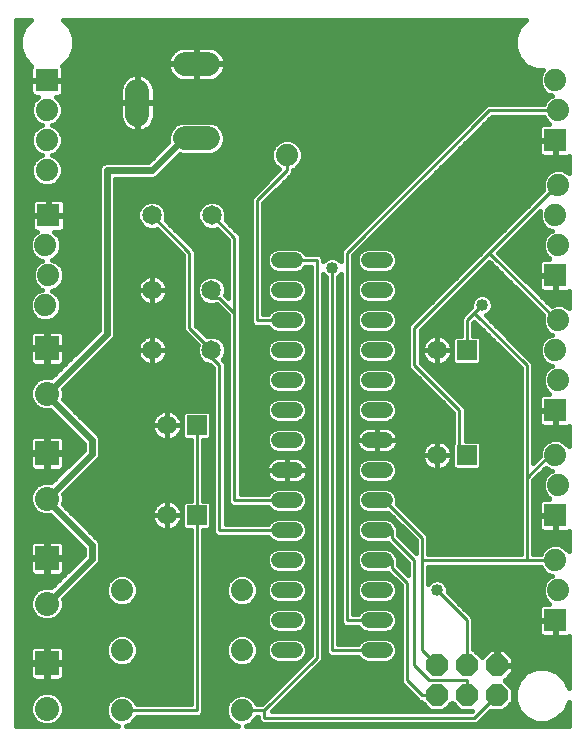
<source format=gbl>
G75*
%MOIN*%
%OFA0B0*%
%FSLAX25Y25*%
%IPPOS*%
%LPD*%
%AMOC8*
5,1,8,0,0,1.08239X$1,22.5*
%
%ADD10C,0.05200*%
%ADD11C,0.07874*%
%ADD12R,0.08000X0.08000*%
%ADD13C,0.08000*%
%ADD14C,0.07400*%
%ADD15R,0.07400X0.07400*%
%ADD16C,0.06500*%
%ADD17R,0.06500X0.06500*%
%ADD18OC8,0.07400*%
%ADD19C,0.01600*%
%ADD20C,0.01000*%
%ADD21C,0.04000*%
%ADD22C,0.02400*%
D10*
X0123019Y0056367D02*
X0128219Y0056367D01*
X0128219Y0066367D02*
X0123019Y0066367D01*
X0123019Y0076367D02*
X0128219Y0076367D01*
X0128219Y0086367D02*
X0123019Y0086367D01*
X0123019Y0096367D02*
X0128219Y0096367D01*
X0128219Y0106367D02*
X0123019Y0106367D01*
X0123019Y0116367D02*
X0128219Y0116367D01*
X0128219Y0126367D02*
X0123019Y0126367D01*
X0123019Y0136367D02*
X0128219Y0136367D01*
X0128219Y0146367D02*
X0123019Y0146367D01*
X0123019Y0156367D02*
X0128219Y0156367D01*
X0128219Y0166367D02*
X0123019Y0166367D01*
X0123019Y0176367D02*
X0128219Y0176367D01*
X0128219Y0186367D02*
X0123019Y0186367D01*
X0153019Y0186367D02*
X0158219Y0186367D01*
X0158219Y0176367D02*
X0153019Y0176367D01*
X0153019Y0166367D02*
X0158219Y0166367D01*
X0158219Y0156367D02*
X0153019Y0156367D01*
X0153019Y0146367D02*
X0158219Y0146367D01*
X0158219Y0136367D02*
X0153019Y0136367D01*
X0153019Y0126367D02*
X0158219Y0126367D01*
X0158219Y0116367D02*
X0153019Y0116367D01*
X0153019Y0106367D02*
X0158219Y0106367D01*
X0158219Y0096367D02*
X0153019Y0096367D01*
X0153019Y0086367D02*
X0158219Y0086367D01*
X0158219Y0076367D02*
X0153019Y0076367D01*
X0153019Y0066367D02*
X0158219Y0066367D01*
X0158219Y0056367D02*
X0153019Y0056367D01*
D11*
X0099398Y0227036D02*
X0091524Y0227036D01*
X0075776Y0234910D02*
X0075776Y0242784D01*
X0091524Y0251839D02*
X0099398Y0251839D01*
D12*
X0045619Y0157067D03*
X0045619Y0122067D03*
X0045619Y0087067D03*
X0045619Y0052067D03*
D13*
X0045619Y0036887D03*
X0045619Y0071887D03*
X0045619Y0106887D03*
X0045619Y0141887D03*
D14*
X0045119Y0171367D03*
X0046119Y0181367D03*
X0045119Y0191367D03*
X0045619Y0216367D03*
X0045619Y0226367D03*
X0045619Y0236367D03*
X0125619Y0221367D03*
X0215119Y0201367D03*
X0216119Y0211367D03*
X0216119Y0191367D03*
X0216119Y0166367D03*
X0215119Y0156367D03*
X0216119Y0146367D03*
X0215119Y0121367D03*
X0216119Y0111367D03*
X0215119Y0086367D03*
X0216119Y0076367D03*
X0110619Y0076367D03*
X0110619Y0056367D03*
X0110619Y0036367D03*
X0070619Y0036367D03*
X0070619Y0056367D03*
X0070619Y0076367D03*
X0215119Y0246367D03*
X0216119Y0236367D03*
D15*
X0215119Y0226367D03*
X0215119Y0181367D03*
X0215119Y0136367D03*
X0215119Y0101367D03*
X0215119Y0066367D03*
X0046119Y0201367D03*
X0045619Y0246367D03*
D16*
X0080619Y0201367D03*
X0100619Y0201367D03*
X0100461Y0176367D03*
X0100461Y0156367D03*
X0080776Y0156367D03*
X0080776Y0176367D03*
X0085619Y0131367D03*
X0085619Y0101367D03*
X0175619Y0121367D03*
X0175619Y0156367D03*
D17*
X0185619Y0156367D03*
X0185619Y0121367D03*
X0095619Y0131367D03*
X0095619Y0101367D03*
D18*
X0175619Y0051367D03*
X0185619Y0051367D03*
X0195619Y0051367D03*
X0195619Y0041367D03*
X0185619Y0041367D03*
X0175619Y0041367D03*
D19*
X0035419Y0031167D02*
X0035419Y0266528D01*
X0040367Y0266528D01*
X0037878Y0264039D01*
X0036488Y0260683D01*
X0036488Y0257051D01*
X0037878Y0253695D01*
X0040447Y0251126D01*
X0040451Y0251125D01*
X0040242Y0250762D01*
X0040119Y0250304D01*
X0040119Y0246567D01*
X0045419Y0246567D01*
X0045419Y0246167D01*
X0040119Y0246167D01*
X0040119Y0242430D01*
X0040242Y0241972D01*
X0040479Y0241562D01*
X0040814Y0241227D01*
X0041224Y0240990D01*
X0041682Y0240867D01*
X0042633Y0240867D01*
X0042617Y0240860D01*
X0041126Y0239369D01*
X0040319Y0237421D01*
X0040319Y0235313D01*
X0041126Y0233365D01*
X0042617Y0231874D01*
X0043840Y0231367D01*
X0042617Y0230860D01*
X0041126Y0229369D01*
X0040319Y0227421D01*
X0040319Y0225313D01*
X0041126Y0223365D01*
X0042617Y0221874D01*
X0043840Y0221367D01*
X0042617Y0220860D01*
X0041126Y0219369D01*
X0040319Y0217421D01*
X0040319Y0215313D01*
X0041126Y0213365D01*
X0042617Y0211874D01*
X0044565Y0211067D01*
X0046673Y0211067D01*
X0048621Y0211874D01*
X0050112Y0213365D01*
X0050919Y0215313D01*
X0050919Y0217421D01*
X0050112Y0219369D01*
X0048621Y0220860D01*
X0047397Y0221367D01*
X0048621Y0221874D01*
X0050112Y0223365D01*
X0050919Y0225313D01*
X0050919Y0227421D01*
X0050112Y0229369D01*
X0048621Y0230860D01*
X0047397Y0231367D01*
X0048621Y0231874D01*
X0050112Y0233365D01*
X0050919Y0235313D01*
X0050919Y0237421D01*
X0050112Y0239369D01*
X0048621Y0240860D01*
X0048604Y0240867D01*
X0049556Y0240867D01*
X0050014Y0240990D01*
X0050424Y0241227D01*
X0050759Y0241562D01*
X0050996Y0241972D01*
X0051119Y0242430D01*
X0051119Y0246167D01*
X0045819Y0246167D01*
X0045819Y0246567D01*
X0051119Y0246567D01*
X0051119Y0250304D01*
X0050996Y0250762D01*
X0050787Y0251125D01*
X0050791Y0251126D01*
X0053360Y0253695D01*
X0054750Y0257051D01*
X0054750Y0260683D01*
X0053360Y0264039D01*
X0050871Y0266528D01*
X0205367Y0266528D01*
X0202878Y0264039D01*
X0201488Y0260683D01*
X0201488Y0257051D01*
X0202878Y0253695D01*
X0205447Y0251126D01*
X0208803Y0249736D01*
X0210993Y0249736D01*
X0210626Y0249369D01*
X0209819Y0247421D01*
X0209819Y0245313D01*
X0210626Y0243365D01*
X0212117Y0241874D01*
X0213840Y0241160D01*
X0213117Y0240860D01*
X0211626Y0239369D01*
X0211252Y0238467D01*
X0192249Y0238467D01*
X0143519Y0189737D01*
X0143519Y0186058D01*
X0142658Y0186919D01*
X0141335Y0187467D01*
X0139903Y0187467D01*
X0138580Y0186919D01*
X0137719Y0186058D01*
X0137719Y0187237D01*
X0136489Y0188467D01*
X0131895Y0188467D01*
X0131779Y0188746D01*
X0130598Y0189928D01*
X0129054Y0190567D01*
X0122183Y0190567D01*
X0120640Y0189928D01*
X0119458Y0188746D01*
X0118819Y0187202D01*
X0118819Y0185531D01*
X0119458Y0183988D01*
X0120640Y0182806D01*
X0122183Y0182167D01*
X0129054Y0182167D01*
X0130598Y0182806D01*
X0131779Y0183988D01*
X0131895Y0184267D01*
X0133519Y0184267D01*
X0133519Y0054737D01*
X0117249Y0038467D01*
X0115486Y0038467D01*
X0115112Y0039369D01*
X0113621Y0040860D01*
X0111673Y0041667D01*
X0109565Y0041667D01*
X0107617Y0040860D01*
X0106126Y0039369D01*
X0105319Y0037421D01*
X0105319Y0035313D01*
X0106126Y0033365D01*
X0107617Y0031874D01*
X0109323Y0031167D01*
X0071914Y0031167D01*
X0073621Y0031874D01*
X0075112Y0033365D01*
X0075486Y0034267D01*
X0096489Y0034267D01*
X0097719Y0035497D01*
X0097719Y0096517D01*
X0099532Y0096517D01*
X0100469Y0097454D01*
X0100469Y0105280D01*
X0099532Y0106217D01*
X0097719Y0106217D01*
X0097719Y0126517D01*
X0099532Y0126517D01*
X0100469Y0127454D01*
X0100469Y0135280D01*
X0099532Y0136217D01*
X0091706Y0136217D01*
X0090769Y0135280D01*
X0090769Y0127454D01*
X0091706Y0126517D01*
X0093519Y0126517D01*
X0093519Y0106217D01*
X0091706Y0106217D01*
X0090769Y0105280D01*
X0090769Y0097454D01*
X0091706Y0096517D01*
X0093519Y0096517D01*
X0093519Y0038467D01*
X0075486Y0038467D01*
X0075112Y0039369D01*
X0073621Y0040860D01*
X0071673Y0041667D01*
X0069565Y0041667D01*
X0067617Y0040860D01*
X0066126Y0039369D01*
X0065319Y0037421D01*
X0065319Y0035313D01*
X0066126Y0033365D01*
X0067617Y0031874D01*
X0069323Y0031167D01*
X0035419Y0031167D01*
X0035419Y0031906D02*
X0043012Y0031906D01*
X0042447Y0032140D02*
X0044505Y0031287D01*
X0046733Y0031287D01*
X0048791Y0032140D01*
X0050366Y0033715D01*
X0051219Y0035773D01*
X0051219Y0038001D01*
X0050366Y0040060D01*
X0048791Y0041635D01*
X0046733Y0042487D01*
X0044505Y0042487D01*
X0042447Y0041635D01*
X0040871Y0040060D01*
X0040019Y0038001D01*
X0040019Y0035773D01*
X0040871Y0033715D01*
X0042447Y0032140D01*
X0041082Y0033504D02*
X0035419Y0033504D01*
X0035419Y0035103D02*
X0040297Y0035103D01*
X0040019Y0036701D02*
X0035419Y0036701D01*
X0035419Y0038300D02*
X0040143Y0038300D01*
X0040805Y0039898D02*
X0035419Y0039898D01*
X0035419Y0041497D02*
X0042309Y0041497D01*
X0041382Y0046267D02*
X0045238Y0046267D01*
X0045238Y0051686D01*
X0046000Y0051686D01*
X0046000Y0052448D01*
X0051419Y0052448D01*
X0051419Y0056304D01*
X0051296Y0056762D01*
X0051059Y0057172D01*
X0050724Y0057507D01*
X0050314Y0057744D01*
X0049856Y0057867D01*
X0046000Y0057867D01*
X0046000Y0052448D01*
X0045238Y0052448D01*
X0045238Y0057867D01*
X0041382Y0057867D01*
X0040924Y0057744D01*
X0040514Y0057507D01*
X0040179Y0057172D01*
X0039942Y0056762D01*
X0039819Y0056304D01*
X0039819Y0052448D01*
X0045238Y0052448D01*
X0045238Y0051686D01*
X0039819Y0051686D01*
X0039819Y0047830D01*
X0039942Y0047372D01*
X0040179Y0046962D01*
X0040514Y0046627D01*
X0040924Y0046390D01*
X0041382Y0046267D01*
X0041286Y0046292D02*
X0035419Y0046292D01*
X0035419Y0044694D02*
X0093519Y0044694D01*
X0093519Y0046292D02*
X0049951Y0046292D01*
X0049856Y0046267D02*
X0050314Y0046390D01*
X0050724Y0046627D01*
X0051059Y0046962D01*
X0051296Y0047372D01*
X0051419Y0047830D01*
X0051419Y0051686D01*
X0046000Y0051686D01*
X0046000Y0046267D01*
X0049856Y0046267D01*
X0051419Y0047891D02*
X0093519Y0047891D01*
X0093519Y0049490D02*
X0051419Y0049490D01*
X0051419Y0051088D02*
X0069514Y0051088D01*
X0069565Y0051067D02*
X0071673Y0051067D01*
X0073621Y0051874D01*
X0075112Y0053365D01*
X0075919Y0055313D01*
X0075919Y0057421D01*
X0075112Y0059369D01*
X0073621Y0060860D01*
X0071673Y0061667D01*
X0069565Y0061667D01*
X0067617Y0060860D01*
X0066126Y0059369D01*
X0065319Y0057421D01*
X0065319Y0055313D01*
X0066126Y0053365D01*
X0067617Y0051874D01*
X0069565Y0051067D01*
X0071724Y0051088D02*
X0093519Y0051088D01*
X0093519Y0052687D02*
X0074434Y0052687D01*
X0075493Y0054285D02*
X0093519Y0054285D01*
X0093519Y0055884D02*
X0075919Y0055884D01*
X0075894Y0057482D02*
X0093519Y0057482D01*
X0093519Y0059081D02*
X0075232Y0059081D01*
X0073802Y0060679D02*
X0093519Y0060679D01*
X0093519Y0062278D02*
X0035419Y0062278D01*
X0035419Y0063876D02*
X0093519Y0063876D01*
X0093519Y0065475D02*
X0035419Y0065475D01*
X0035419Y0067073D02*
X0042608Y0067073D01*
X0042447Y0067140D02*
X0044505Y0066287D01*
X0046733Y0066287D01*
X0048791Y0067140D01*
X0050366Y0068715D01*
X0051219Y0070773D01*
X0051219Y0073001D01*
X0051065Y0073373D01*
X0062993Y0085301D01*
X0063419Y0086330D01*
X0063419Y0091924D01*
X0062993Y0092953D01*
X0062205Y0093741D01*
X0050912Y0105033D01*
X0051219Y0105773D01*
X0051219Y0108001D01*
X0051065Y0108373D01*
X0062993Y0120301D01*
X0063419Y0121330D01*
X0063419Y0126924D01*
X0062993Y0127953D01*
X0062205Y0128741D01*
X0050912Y0140033D01*
X0051219Y0140773D01*
X0051219Y0143001D01*
X0051065Y0143373D01*
X0067993Y0160301D01*
X0068419Y0161330D01*
X0068419Y0213567D01*
X0081176Y0213567D01*
X0082205Y0213993D01*
X0082993Y0214781D01*
X0089920Y0221708D01*
X0090423Y0221499D01*
X0100500Y0221499D01*
X0102535Y0222342D01*
X0104092Y0223900D01*
X0104935Y0225935D01*
X0104935Y0228138D01*
X0104092Y0230173D01*
X0102535Y0231730D01*
X0100500Y0232573D01*
X0090423Y0232573D01*
X0088388Y0231730D01*
X0086830Y0230173D01*
X0085987Y0228138D01*
X0085987Y0225935D01*
X0086058Y0225765D01*
X0079459Y0219167D01*
X0065062Y0219167D01*
X0064033Y0218741D01*
X0063245Y0217953D01*
X0062819Y0216924D01*
X0062819Y0163047D01*
X0047105Y0147333D01*
X0046733Y0147487D01*
X0044505Y0147487D01*
X0042447Y0146635D01*
X0040871Y0145060D01*
X0040019Y0143001D01*
X0040019Y0140773D01*
X0040871Y0138715D01*
X0042447Y0137140D01*
X0044505Y0136287D01*
X0046733Y0136287D01*
X0046737Y0136289D01*
X0057819Y0125207D01*
X0057819Y0123047D01*
X0047105Y0112333D01*
X0046733Y0112487D01*
X0044505Y0112487D01*
X0042447Y0111635D01*
X0040871Y0110060D01*
X0040019Y0108001D01*
X0040019Y0105773D01*
X0040871Y0103715D01*
X0042447Y0102140D01*
X0044505Y0101287D01*
X0046733Y0101287D01*
X0046737Y0101289D01*
X0057819Y0090207D01*
X0057819Y0088047D01*
X0047105Y0077333D01*
X0046733Y0077487D01*
X0044505Y0077487D01*
X0042447Y0076635D01*
X0040871Y0075060D01*
X0040019Y0073001D01*
X0040019Y0070773D01*
X0040871Y0068715D01*
X0042447Y0067140D01*
X0040915Y0068672D02*
X0035419Y0068672D01*
X0035419Y0070270D02*
X0040227Y0070270D01*
X0040019Y0071869D02*
X0035419Y0071869D01*
X0035419Y0073467D02*
X0040212Y0073467D01*
X0040878Y0075066D02*
X0035419Y0075066D01*
X0035419Y0076664D02*
X0042518Y0076664D01*
X0041382Y0081267D02*
X0045238Y0081267D01*
X0045238Y0086686D01*
X0046000Y0086686D01*
X0046000Y0087448D01*
X0051419Y0087448D01*
X0051419Y0091304D01*
X0051296Y0091762D01*
X0051059Y0092172D01*
X0050724Y0092507D01*
X0050314Y0092744D01*
X0049856Y0092867D01*
X0046000Y0092867D01*
X0046000Y0087448D01*
X0045238Y0087448D01*
X0045238Y0092867D01*
X0041382Y0092867D01*
X0040924Y0092744D01*
X0040514Y0092507D01*
X0040179Y0092172D01*
X0039942Y0091762D01*
X0039819Y0091304D01*
X0039819Y0087448D01*
X0045238Y0087448D01*
X0045238Y0086686D01*
X0039819Y0086686D01*
X0039819Y0082830D01*
X0039942Y0082372D01*
X0040179Y0081962D01*
X0040514Y0081627D01*
X0040924Y0081390D01*
X0041382Y0081267D01*
X0040803Y0081460D02*
X0035419Y0081460D01*
X0035419Y0083058D02*
X0039819Y0083058D01*
X0039819Y0084657D02*
X0035419Y0084657D01*
X0035419Y0086255D02*
X0039819Y0086255D01*
X0039819Y0087854D02*
X0035419Y0087854D01*
X0035419Y0089452D02*
X0039819Y0089452D01*
X0039819Y0091051D02*
X0035419Y0091051D01*
X0035419Y0092649D02*
X0040760Y0092649D01*
X0045238Y0092649D02*
X0046000Y0092649D01*
X0046000Y0091051D02*
X0045238Y0091051D01*
X0045238Y0089452D02*
X0046000Y0089452D01*
X0046000Y0087854D02*
X0045238Y0087854D01*
X0046000Y0086686D02*
X0051419Y0086686D01*
X0051419Y0082830D01*
X0051296Y0082372D01*
X0051059Y0081962D01*
X0050724Y0081627D01*
X0050314Y0081390D01*
X0049856Y0081267D01*
X0046000Y0081267D01*
X0046000Y0086686D01*
X0046000Y0086255D02*
X0045238Y0086255D01*
X0045238Y0084657D02*
X0046000Y0084657D01*
X0046000Y0083058D02*
X0045238Y0083058D01*
X0045238Y0081460D02*
X0046000Y0081460D01*
X0048034Y0078263D02*
X0035419Y0078263D01*
X0035419Y0079861D02*
X0049633Y0079861D01*
X0050435Y0081460D02*
X0051231Y0081460D01*
X0051419Y0083058D02*
X0052830Y0083058D01*
X0051419Y0084657D02*
X0054428Y0084657D01*
X0056027Y0086255D02*
X0051419Y0086255D01*
X0051419Y0087854D02*
X0057626Y0087854D01*
X0057819Y0089452D02*
X0051419Y0089452D01*
X0051419Y0091051D02*
X0056975Y0091051D01*
X0055377Y0092649D02*
X0050478Y0092649D01*
X0053778Y0094248D02*
X0035419Y0094248D01*
X0035419Y0095846D02*
X0052180Y0095846D01*
X0050581Y0097445D02*
X0035419Y0097445D01*
X0035419Y0099043D02*
X0048983Y0099043D01*
X0047384Y0100642D02*
X0035419Y0100642D01*
X0035419Y0102240D02*
X0042346Y0102240D01*
X0040820Y0103839D02*
X0035419Y0103839D01*
X0035419Y0105437D02*
X0040158Y0105437D01*
X0040019Y0107036D02*
X0035419Y0107036D01*
X0035419Y0108634D02*
X0040281Y0108634D01*
X0041045Y0110233D02*
X0035419Y0110233D01*
X0035419Y0111831D02*
X0042921Y0111831D01*
X0041382Y0116267D02*
X0045238Y0116267D01*
X0045238Y0121686D01*
X0046000Y0121686D01*
X0046000Y0122448D01*
X0051419Y0122448D01*
X0051419Y0126304D01*
X0051296Y0126762D01*
X0051059Y0127172D01*
X0050724Y0127507D01*
X0050314Y0127744D01*
X0049856Y0127867D01*
X0046000Y0127867D01*
X0046000Y0122448D01*
X0045238Y0122448D01*
X0045238Y0127867D01*
X0041382Y0127867D01*
X0040924Y0127744D01*
X0040514Y0127507D01*
X0040179Y0127172D01*
X0039942Y0126762D01*
X0039819Y0126304D01*
X0039819Y0122448D01*
X0045238Y0122448D01*
X0045238Y0121686D01*
X0039819Y0121686D01*
X0039819Y0117830D01*
X0039942Y0117372D01*
X0040179Y0116962D01*
X0040514Y0116627D01*
X0040924Y0116390D01*
X0041382Y0116267D01*
X0040513Y0116627D02*
X0035419Y0116627D01*
X0035419Y0118226D02*
X0039819Y0118226D01*
X0039819Y0119824D02*
X0035419Y0119824D01*
X0035419Y0121423D02*
X0039819Y0121423D01*
X0039819Y0123021D02*
X0035419Y0123021D01*
X0035419Y0124620D02*
X0039819Y0124620D01*
X0039819Y0126218D02*
X0035419Y0126218D01*
X0035419Y0127817D02*
X0041194Y0127817D01*
X0045238Y0127817D02*
X0046000Y0127817D01*
X0046000Y0126218D02*
X0045238Y0126218D01*
X0045238Y0124620D02*
X0046000Y0124620D01*
X0046000Y0123021D02*
X0045238Y0123021D01*
X0046000Y0121686D02*
X0051419Y0121686D01*
X0051419Y0117830D01*
X0051296Y0117372D01*
X0051059Y0116962D01*
X0050724Y0116627D01*
X0050314Y0116390D01*
X0049856Y0116267D01*
X0046000Y0116267D01*
X0046000Y0121686D01*
X0046000Y0121423D02*
X0045238Y0121423D01*
X0045238Y0119824D02*
X0046000Y0119824D01*
X0046000Y0118226D02*
X0045238Y0118226D01*
X0045238Y0116627D02*
X0046000Y0116627D01*
X0048202Y0113430D02*
X0035419Y0113430D01*
X0035419Y0115028D02*
X0049800Y0115028D01*
X0050725Y0116627D02*
X0051399Y0116627D01*
X0051419Y0118226D02*
X0052997Y0118226D01*
X0051419Y0119824D02*
X0054596Y0119824D01*
X0056194Y0121423D02*
X0051419Y0121423D01*
X0051419Y0123021D02*
X0057793Y0123021D01*
X0057819Y0124620D02*
X0051419Y0124620D01*
X0051419Y0126218D02*
X0056808Y0126218D01*
X0055209Y0127817D02*
X0050044Y0127817D01*
X0052012Y0131014D02*
X0035419Y0131014D01*
X0035419Y0132612D02*
X0050414Y0132612D01*
X0048815Y0134211D02*
X0035419Y0134211D01*
X0035419Y0135809D02*
X0047217Y0135809D01*
X0051939Y0139006D02*
X0101019Y0139006D01*
X0101019Y0137408D02*
X0053538Y0137408D01*
X0055136Y0135809D02*
X0083214Y0135809D01*
X0082972Y0135686D02*
X0082329Y0135219D01*
X0081767Y0134657D01*
X0081300Y0134014D01*
X0080939Y0133305D01*
X0080693Y0132549D01*
X0080569Y0131764D01*
X0080569Y0131367D01*
X0085619Y0131367D01*
X0090669Y0131367D01*
X0090669Y0131764D01*
X0090545Y0132549D01*
X0090299Y0133305D01*
X0089938Y0134014D01*
X0089471Y0134657D01*
X0088909Y0135219D01*
X0088266Y0135686D01*
X0087557Y0136047D01*
X0086801Y0136293D01*
X0086016Y0136417D01*
X0085619Y0136417D01*
X0085619Y0131367D01*
X0085619Y0131367D01*
X0085619Y0131367D01*
X0090669Y0131367D01*
X0090669Y0130969D01*
X0090545Y0130184D01*
X0090299Y0129428D01*
X0089938Y0128720D01*
X0089471Y0128077D01*
X0088909Y0127515D01*
X0088266Y0127048D01*
X0087557Y0126687D01*
X0086801Y0126441D01*
X0086016Y0126317D01*
X0085619Y0126317D01*
X0085619Y0131367D01*
X0085619Y0136417D01*
X0085221Y0136417D01*
X0084436Y0136293D01*
X0083680Y0136047D01*
X0082972Y0135686D01*
X0081443Y0134211D02*
X0056735Y0134211D01*
X0058334Y0132612D02*
X0080714Y0132612D01*
X0080569Y0131367D02*
X0080569Y0130969D01*
X0080693Y0130184D01*
X0080939Y0129428D01*
X0081300Y0128720D01*
X0081767Y0128077D01*
X0082329Y0127515D01*
X0082972Y0127048D01*
X0083680Y0126687D01*
X0084436Y0126441D01*
X0085221Y0126317D01*
X0085619Y0126317D01*
X0085619Y0131367D01*
X0085619Y0131367D01*
X0085619Y0131367D01*
X0080569Y0131367D01*
X0080569Y0131014D02*
X0059932Y0131014D01*
X0061531Y0129415D02*
X0080946Y0129415D01*
X0082027Y0127817D02*
X0063049Y0127817D01*
X0063419Y0126218D02*
X0093519Y0126218D01*
X0093519Y0124620D02*
X0063419Y0124620D01*
X0063419Y0123021D02*
X0093519Y0123021D01*
X0093519Y0121423D02*
X0063419Y0121423D01*
X0062515Y0119824D02*
X0093519Y0119824D01*
X0093519Y0118226D02*
X0060917Y0118226D01*
X0059318Y0116627D02*
X0093519Y0116627D01*
X0093519Y0115028D02*
X0057720Y0115028D01*
X0056121Y0113430D02*
X0093519Y0113430D01*
X0093519Y0111831D02*
X0054523Y0111831D01*
X0052924Y0110233D02*
X0093519Y0110233D01*
X0093519Y0108634D02*
X0051326Y0108634D01*
X0051219Y0107036D02*
X0093519Y0107036D01*
X0090927Y0105437D02*
X0088608Y0105437D01*
X0088909Y0105219D02*
X0088266Y0105686D01*
X0087557Y0106047D01*
X0086801Y0106293D01*
X0086016Y0106417D01*
X0085619Y0106417D01*
X0085619Y0101367D01*
X0090669Y0101367D01*
X0090669Y0101764D01*
X0090545Y0102549D01*
X0090299Y0103305D01*
X0089938Y0104014D01*
X0089471Y0104657D01*
X0088909Y0105219D01*
X0090027Y0103839D02*
X0090769Y0103839D01*
X0090769Y0102240D02*
X0090593Y0102240D01*
X0090669Y0101367D02*
X0085619Y0101367D01*
X0085619Y0101367D01*
X0085619Y0101367D01*
X0085619Y0106417D01*
X0085221Y0106417D01*
X0084436Y0106293D01*
X0083680Y0106047D01*
X0082972Y0105686D01*
X0082329Y0105219D01*
X0081767Y0104657D01*
X0081300Y0104014D01*
X0080939Y0103305D01*
X0080693Y0102549D01*
X0080569Y0101764D01*
X0080569Y0101367D01*
X0085619Y0101367D01*
X0085619Y0096317D01*
X0086016Y0096317D01*
X0086801Y0096441D01*
X0087557Y0096687D01*
X0088266Y0097048D01*
X0088909Y0097515D01*
X0089471Y0098077D01*
X0089938Y0098720D01*
X0090299Y0099428D01*
X0090545Y0100184D01*
X0090669Y0100969D01*
X0090669Y0101367D01*
X0090617Y0100642D02*
X0090769Y0100642D01*
X0090769Y0099043D02*
X0090103Y0099043D01*
X0090778Y0097445D02*
X0088812Y0097445D01*
X0085619Y0097445D02*
X0085619Y0097445D01*
X0085619Y0096317D02*
X0085619Y0101367D01*
X0085619Y0101367D01*
X0085619Y0101367D01*
X0080569Y0101367D01*
X0080569Y0100969D01*
X0080693Y0100184D01*
X0080939Y0099428D01*
X0081300Y0098720D01*
X0081767Y0098077D01*
X0082329Y0097515D01*
X0082972Y0097048D01*
X0083680Y0096687D01*
X0084436Y0096441D01*
X0085221Y0096317D01*
X0085619Y0096317D01*
X0085619Y0099043D02*
X0085619Y0099043D01*
X0085619Y0100642D02*
X0085619Y0100642D01*
X0085619Y0102240D02*
X0085619Y0102240D01*
X0085619Y0103839D02*
X0085619Y0103839D01*
X0085619Y0105437D02*
X0085619Y0105437D01*
X0082630Y0105437D02*
X0051080Y0105437D01*
X0052107Y0103839D02*
X0081211Y0103839D01*
X0080644Y0102240D02*
X0053705Y0102240D01*
X0055304Y0100642D02*
X0080621Y0100642D01*
X0081135Y0099043D02*
X0056902Y0099043D01*
X0058501Y0097445D02*
X0082426Y0097445D01*
X0093519Y0095846D02*
X0060099Y0095846D01*
X0061698Y0094248D02*
X0093519Y0094248D01*
X0093519Y0092649D02*
X0063118Y0092649D01*
X0063419Y0091051D02*
X0093519Y0091051D01*
X0093519Y0089452D02*
X0063419Y0089452D01*
X0063419Y0087854D02*
X0093519Y0087854D01*
X0093519Y0086255D02*
X0063388Y0086255D01*
X0062348Y0084657D02*
X0093519Y0084657D01*
X0093519Y0083058D02*
X0060750Y0083058D01*
X0059151Y0081460D02*
X0069065Y0081460D01*
X0069565Y0081667D02*
X0067617Y0080860D01*
X0066126Y0079369D01*
X0065319Y0077421D01*
X0065319Y0075313D01*
X0066126Y0073365D01*
X0067617Y0071874D01*
X0069565Y0071067D01*
X0071673Y0071067D01*
X0073621Y0071874D01*
X0075112Y0073365D01*
X0075919Y0075313D01*
X0075919Y0077421D01*
X0075112Y0079369D01*
X0073621Y0080860D01*
X0071673Y0081667D01*
X0069565Y0081667D01*
X0072173Y0081460D02*
X0093519Y0081460D01*
X0093519Y0079861D02*
X0074620Y0079861D01*
X0075570Y0078263D02*
X0093519Y0078263D01*
X0093519Y0076664D02*
X0075919Y0076664D01*
X0075817Y0075066D02*
X0093519Y0075066D01*
X0093519Y0073467D02*
X0075154Y0073467D01*
X0073609Y0071869D02*
X0093519Y0071869D01*
X0093519Y0070270D02*
X0051010Y0070270D01*
X0051219Y0071869D02*
X0067629Y0071869D01*
X0066083Y0073467D02*
X0051158Y0073467D01*
X0052757Y0075066D02*
X0065421Y0075066D01*
X0065319Y0076664D02*
X0054355Y0076664D01*
X0055954Y0078263D02*
X0065667Y0078263D01*
X0066618Y0079861D02*
X0057553Y0079861D01*
X0050323Y0068672D02*
X0093519Y0068672D01*
X0093519Y0067073D02*
X0048630Y0067073D01*
X0050749Y0057482D02*
X0065344Y0057482D01*
X0065319Y0055884D02*
X0051419Y0055884D01*
X0051419Y0054285D02*
X0065745Y0054285D01*
X0066804Y0052687D02*
X0051419Y0052687D01*
X0046000Y0052687D02*
X0045238Y0052687D01*
X0045238Y0054285D02*
X0046000Y0054285D01*
X0046000Y0055884D02*
X0045238Y0055884D01*
X0045238Y0057482D02*
X0046000Y0057482D01*
X0040488Y0057482D02*
X0035419Y0057482D01*
X0035419Y0055884D02*
X0039819Y0055884D01*
X0039819Y0054285D02*
X0035419Y0054285D01*
X0035419Y0052687D02*
X0039819Y0052687D01*
X0039819Y0051088D02*
X0035419Y0051088D01*
X0035419Y0049490D02*
X0039819Y0049490D01*
X0039819Y0047891D02*
X0035419Y0047891D01*
X0035419Y0043095D02*
X0093519Y0043095D01*
X0093519Y0041497D02*
X0072083Y0041497D01*
X0074583Y0039898D02*
X0093519Y0039898D01*
X0097719Y0039898D02*
X0106655Y0039898D01*
X0105683Y0038300D02*
X0097719Y0038300D01*
X0097719Y0036701D02*
X0105319Y0036701D01*
X0105406Y0035103D02*
X0097325Y0035103D01*
X0097719Y0041497D02*
X0109154Y0041497D01*
X0112083Y0041497D02*
X0120279Y0041497D01*
X0118681Y0039898D02*
X0114583Y0039898D01*
X0115486Y0034267D02*
X0116019Y0034267D01*
X0116019Y0032997D01*
X0117249Y0031767D01*
X0188989Y0031767D01*
X0190219Y0032997D01*
X0193356Y0036134D01*
X0193424Y0036067D01*
X0197814Y0036067D01*
X0200919Y0039172D01*
X0200919Y0043562D01*
X0198256Y0046226D01*
X0201119Y0049089D01*
X0201119Y0051167D01*
X0195819Y0051167D01*
X0195819Y0051567D01*
X0201119Y0051567D01*
X0201119Y0053645D01*
X0197897Y0056867D01*
X0195819Y0056867D01*
X0195819Y0051567D01*
X0195419Y0051567D01*
X0195419Y0056867D01*
X0193341Y0056867D01*
X0190477Y0054004D01*
X0187814Y0056667D01*
X0187719Y0056667D01*
X0187719Y0067237D01*
X0186489Y0068467D01*
X0179219Y0075737D01*
X0179219Y0077083D01*
X0178671Y0078406D01*
X0177658Y0079419D01*
X0176335Y0079967D01*
X0174903Y0079967D01*
X0173580Y0079419D01*
X0172719Y0078558D01*
X0172719Y0084267D01*
X0210252Y0084267D01*
X0210626Y0083365D01*
X0212117Y0081874D01*
X0213840Y0081160D01*
X0213117Y0080860D01*
X0211626Y0079369D01*
X0210819Y0077421D01*
X0210819Y0075313D01*
X0211626Y0073365D01*
X0213117Y0071874D01*
X0213133Y0071867D01*
X0211182Y0071867D01*
X0210724Y0071744D01*
X0210314Y0071507D01*
X0209979Y0071172D01*
X0209742Y0070762D01*
X0209619Y0070304D01*
X0209619Y0066567D01*
X0214919Y0066567D01*
X0214919Y0066167D01*
X0215319Y0066167D01*
X0215319Y0060867D01*
X0219056Y0060867D01*
X0219514Y0060990D01*
X0219520Y0060993D01*
X0219520Y0043738D01*
X0218360Y0046539D01*
X0215791Y0049108D01*
X0212435Y0050498D01*
X0208803Y0050498D01*
X0205447Y0049108D01*
X0202878Y0046539D01*
X0201488Y0043183D01*
X0201488Y0039551D01*
X0202878Y0036195D01*
X0205447Y0033626D01*
X0208803Y0032236D01*
X0212435Y0032236D01*
X0215791Y0033626D01*
X0218360Y0036195D01*
X0219520Y0038996D01*
X0219520Y0031167D01*
X0111914Y0031167D01*
X0113621Y0031874D01*
X0115112Y0033365D01*
X0115486Y0034267D01*
X0115170Y0033504D02*
X0116019Y0033504D01*
X0117110Y0031906D02*
X0113653Y0031906D01*
X0107585Y0031906D02*
X0073653Y0031906D01*
X0075170Y0033504D02*
X0106068Y0033504D01*
X0097719Y0043095D02*
X0121878Y0043095D01*
X0123476Y0044694D02*
X0097719Y0044694D01*
X0097719Y0046292D02*
X0125075Y0046292D01*
X0126673Y0047891D02*
X0097719Y0047891D01*
X0097719Y0049490D02*
X0128272Y0049490D01*
X0129870Y0051088D02*
X0111724Y0051088D01*
X0111673Y0051067D02*
X0113621Y0051874D01*
X0115112Y0053365D01*
X0115919Y0055313D01*
X0115919Y0057421D01*
X0115112Y0059369D01*
X0113621Y0060860D01*
X0111673Y0061667D01*
X0109565Y0061667D01*
X0107617Y0060860D01*
X0106126Y0059369D01*
X0105319Y0057421D01*
X0105319Y0055313D01*
X0106126Y0053365D01*
X0107617Y0051874D01*
X0109565Y0051067D01*
X0111673Y0051067D01*
X0109514Y0051088D02*
X0097719Y0051088D01*
X0097719Y0052687D02*
X0106804Y0052687D01*
X0105745Y0054285D02*
X0097719Y0054285D01*
X0097719Y0055884D02*
X0105319Y0055884D01*
X0105344Y0057482D02*
X0097719Y0057482D01*
X0097719Y0059081D02*
X0106006Y0059081D01*
X0107436Y0060679D02*
X0097719Y0060679D01*
X0097719Y0062278D02*
X0121916Y0062278D01*
X0122183Y0062167D02*
X0129054Y0062167D01*
X0130598Y0062806D01*
X0131779Y0063988D01*
X0132419Y0065531D01*
X0132419Y0067202D01*
X0131779Y0068746D01*
X0130598Y0069928D01*
X0129054Y0070567D01*
X0122183Y0070567D01*
X0120640Y0069928D01*
X0119458Y0068746D01*
X0118819Y0067202D01*
X0118819Y0065531D01*
X0119458Y0063988D01*
X0120640Y0062806D01*
X0122183Y0062167D01*
X0122183Y0060567D02*
X0120640Y0059928D01*
X0119458Y0058746D01*
X0118819Y0057202D01*
X0118819Y0055531D01*
X0119458Y0053988D01*
X0120640Y0052806D01*
X0122183Y0052167D01*
X0129054Y0052167D01*
X0130598Y0052806D01*
X0131779Y0053988D01*
X0132419Y0055531D01*
X0132419Y0057202D01*
X0131779Y0058746D01*
X0130598Y0059928D01*
X0129054Y0060567D01*
X0122183Y0060567D01*
X0119793Y0059081D02*
X0115232Y0059081D01*
X0115894Y0057482D02*
X0118935Y0057482D01*
X0118819Y0055884D02*
X0115919Y0055884D01*
X0115493Y0054285D02*
X0119335Y0054285D01*
X0120929Y0052687D02*
X0114434Y0052687D01*
X0113802Y0060679D02*
X0133519Y0060679D01*
X0133519Y0059081D02*
X0131445Y0059081D01*
X0132303Y0057482D02*
X0133519Y0057482D01*
X0133519Y0055884D02*
X0132419Y0055884D01*
X0131903Y0054285D02*
X0133067Y0054285D01*
X0131469Y0052687D02*
X0130309Y0052687D01*
X0132613Y0047891D02*
X0163519Y0047891D01*
X0163519Y0046292D02*
X0131014Y0046292D01*
X0129416Y0044694D02*
X0164322Y0044694D01*
X0163519Y0045497D02*
X0168519Y0040497D01*
X0169749Y0039267D01*
X0170319Y0039267D01*
X0170319Y0039172D01*
X0173424Y0036067D01*
X0177814Y0036067D01*
X0180619Y0038872D01*
X0183424Y0036067D01*
X0187349Y0036067D01*
X0187249Y0035967D01*
X0120689Y0035967D01*
X0137719Y0052997D01*
X0137719Y0181676D01*
X0138519Y0180876D01*
X0138519Y0055497D01*
X0139749Y0054267D01*
X0149343Y0054267D01*
X0149458Y0053988D01*
X0150640Y0052806D01*
X0152183Y0052167D01*
X0159054Y0052167D01*
X0160598Y0052806D01*
X0161779Y0053988D01*
X0162419Y0055531D01*
X0162419Y0057202D01*
X0161779Y0058746D01*
X0160598Y0059928D01*
X0159054Y0060567D01*
X0152183Y0060567D01*
X0150640Y0059928D01*
X0149458Y0058746D01*
X0149343Y0058467D01*
X0142719Y0058467D01*
X0142719Y0180876D01*
X0143519Y0181676D01*
X0143519Y0065497D01*
X0144749Y0064267D01*
X0149343Y0064267D01*
X0149458Y0063988D01*
X0150640Y0062806D01*
X0152183Y0062167D01*
X0159054Y0062167D01*
X0160598Y0062806D01*
X0161779Y0063988D01*
X0162419Y0065531D01*
X0162419Y0067202D01*
X0161779Y0068746D01*
X0160598Y0069928D01*
X0159054Y0070567D01*
X0152183Y0070567D01*
X0150640Y0069928D01*
X0149458Y0068746D01*
X0149343Y0068467D01*
X0147719Y0068467D01*
X0147719Y0187997D01*
X0193989Y0234267D01*
X0211252Y0234267D01*
X0211626Y0233365D01*
X0213117Y0231874D01*
X0213133Y0231867D01*
X0211182Y0231867D01*
X0210724Y0231744D01*
X0210314Y0231507D01*
X0209979Y0231172D01*
X0209742Y0230762D01*
X0209619Y0230304D01*
X0209619Y0226567D01*
X0214919Y0226567D01*
X0214919Y0226167D01*
X0215319Y0226167D01*
X0215319Y0220867D01*
X0219056Y0220867D01*
X0219514Y0220990D01*
X0219520Y0220993D01*
X0219520Y0215461D01*
X0219121Y0215860D01*
X0217173Y0216667D01*
X0215065Y0216667D01*
X0213117Y0215860D01*
X0211626Y0214369D01*
X0210819Y0212421D01*
X0210819Y0210313D01*
X0211046Y0209764D01*
X0211019Y0209737D01*
X0192249Y0190967D01*
X0191019Y0189737D01*
X0191019Y0189737D01*
X0166019Y0164737D01*
X0166019Y0150497D01*
X0167249Y0149267D01*
X0181019Y0135497D01*
X0181019Y0125530D01*
X0180769Y0125280D01*
X0180769Y0117454D01*
X0181706Y0116517D01*
X0189532Y0116517D01*
X0190469Y0117454D01*
X0190469Y0125280D01*
X0189532Y0126217D01*
X0185219Y0126217D01*
X0185219Y0137237D01*
X0170219Y0152237D01*
X0170219Y0162997D01*
X0193119Y0185897D01*
X0211046Y0167970D01*
X0210819Y0167421D01*
X0210819Y0165313D01*
X0211626Y0163365D01*
X0213117Y0161874D01*
X0213840Y0161574D01*
X0212117Y0160860D01*
X0210626Y0159369D01*
X0209819Y0157421D01*
X0209819Y0155313D01*
X0210626Y0153365D01*
X0212117Y0151874D01*
X0213840Y0151160D01*
X0213117Y0150860D01*
X0211626Y0149369D01*
X0210819Y0147421D01*
X0210819Y0145313D01*
X0211626Y0143365D01*
X0213117Y0141874D01*
X0213133Y0141867D01*
X0211182Y0141867D01*
X0210724Y0141744D01*
X0210314Y0141507D01*
X0209979Y0141172D01*
X0209742Y0140762D01*
X0209619Y0140304D01*
X0209619Y0136567D01*
X0214919Y0136567D01*
X0214919Y0136167D01*
X0215319Y0136167D01*
X0215319Y0130867D01*
X0219056Y0130867D01*
X0219514Y0130990D01*
X0219520Y0130993D01*
X0219520Y0124461D01*
X0218121Y0125860D01*
X0216173Y0126667D01*
X0214065Y0126667D01*
X0212117Y0125860D01*
X0210626Y0124369D01*
X0209819Y0122421D01*
X0209819Y0121037D01*
X0207719Y0118937D01*
X0207719Y0152237D01*
X0191939Y0168017D01*
X0192658Y0168315D01*
X0193671Y0169328D01*
X0194219Y0170651D01*
X0194219Y0172083D01*
X0193671Y0173406D01*
X0192658Y0174419D01*
X0191335Y0174967D01*
X0189903Y0174967D01*
X0188580Y0174419D01*
X0187567Y0173406D01*
X0187019Y0172083D01*
X0187019Y0170737D01*
X0186019Y0169737D01*
X0186019Y0169737D01*
X0184749Y0168467D01*
X0183519Y0167237D01*
X0183519Y0161217D01*
X0181706Y0161217D01*
X0180769Y0160280D01*
X0180769Y0152454D01*
X0181706Y0151517D01*
X0189532Y0151517D01*
X0190469Y0152454D01*
X0190469Y0160280D01*
X0189532Y0161217D01*
X0187719Y0161217D01*
X0187719Y0165497D01*
X0188119Y0165897D01*
X0203519Y0150497D01*
X0203519Y0088467D01*
X0172719Y0088467D01*
X0172719Y0094737D01*
X0162274Y0105182D01*
X0162419Y0105531D01*
X0162419Y0107202D01*
X0161779Y0108746D01*
X0160598Y0109928D01*
X0159054Y0110567D01*
X0152183Y0110567D01*
X0150640Y0109928D01*
X0149458Y0108746D01*
X0148819Y0107202D01*
X0148819Y0105531D01*
X0149458Y0103988D01*
X0150640Y0102806D01*
X0152183Y0102167D01*
X0159054Y0102167D01*
X0159263Y0102253D01*
X0168519Y0092997D01*
X0168519Y0088937D01*
X0162719Y0094737D01*
X0162719Y0097237D01*
X0162182Y0097773D01*
X0161779Y0098746D01*
X0160598Y0099928D01*
X0159054Y0100567D01*
X0152183Y0100567D01*
X0150640Y0099928D01*
X0149458Y0098746D01*
X0148819Y0097202D01*
X0148819Y0095531D01*
X0149458Y0093988D01*
X0150640Y0092806D01*
X0152183Y0092167D01*
X0159054Y0092167D01*
X0159263Y0092253D01*
X0166019Y0085497D01*
X0166019Y0081437D01*
X0162719Y0084737D01*
X0162719Y0087237D01*
X0162182Y0087773D01*
X0161779Y0088746D01*
X0160598Y0089928D01*
X0159054Y0090567D01*
X0152183Y0090567D01*
X0150640Y0089928D01*
X0149458Y0088746D01*
X0148819Y0087202D01*
X0148819Y0085531D01*
X0149458Y0083988D01*
X0150640Y0082806D01*
X0152183Y0082167D01*
X0159054Y0082167D01*
X0159263Y0082253D01*
X0163519Y0077997D01*
X0163519Y0045497D01*
X0165920Y0043095D02*
X0127817Y0043095D01*
X0126219Y0041497D02*
X0167519Y0041497D01*
X0169118Y0039898D02*
X0124620Y0039898D01*
X0123022Y0038300D02*
X0171191Y0038300D01*
X0172789Y0036701D02*
X0121423Y0036701D01*
X0134211Y0049490D02*
X0163519Y0049490D01*
X0163519Y0051088D02*
X0135810Y0051088D01*
X0137408Y0052687D02*
X0150929Y0052687D01*
X0149793Y0059081D02*
X0142719Y0059081D01*
X0142719Y0060679D02*
X0163519Y0060679D01*
X0163519Y0059081D02*
X0161445Y0059081D01*
X0162303Y0057482D02*
X0163519Y0057482D01*
X0163519Y0055884D02*
X0162419Y0055884D01*
X0161903Y0054285D02*
X0163519Y0054285D01*
X0163519Y0052687D02*
X0160309Y0052687D01*
X0159322Y0062278D02*
X0163519Y0062278D01*
X0163519Y0063876D02*
X0161668Y0063876D01*
X0162395Y0065475D02*
X0163519Y0065475D01*
X0163519Y0067073D02*
X0162419Y0067073D01*
X0161810Y0068672D02*
X0163519Y0068672D01*
X0163519Y0070270D02*
X0159771Y0070270D01*
X0159054Y0072167D02*
X0160598Y0072806D01*
X0161779Y0073988D01*
X0162419Y0075531D01*
X0162419Y0077202D01*
X0161779Y0078746D01*
X0160598Y0079928D01*
X0159054Y0080567D01*
X0152183Y0080567D01*
X0150640Y0079928D01*
X0149458Y0078746D01*
X0148819Y0077202D01*
X0148819Y0075531D01*
X0149458Y0073988D01*
X0150640Y0072806D01*
X0152183Y0072167D01*
X0159054Y0072167D01*
X0161259Y0073467D02*
X0163519Y0073467D01*
X0163519Y0071869D02*
X0147719Y0071869D01*
X0147719Y0073467D02*
X0149979Y0073467D01*
X0149012Y0075066D02*
X0147719Y0075066D01*
X0147719Y0076664D02*
X0148819Y0076664D01*
X0149258Y0078263D02*
X0147719Y0078263D01*
X0147719Y0079861D02*
X0150574Y0079861D01*
X0150388Y0083058D02*
X0147719Y0083058D01*
X0147719Y0081460D02*
X0160056Y0081460D01*
X0160664Y0079861D02*
X0161655Y0079861D01*
X0161980Y0078263D02*
X0163253Y0078263D01*
X0163519Y0076664D02*
X0162419Y0076664D01*
X0162226Y0075066D02*
X0163519Y0075066D01*
X0165996Y0081460D02*
X0166019Y0081460D01*
X0166019Y0083058D02*
X0164397Y0083058D01*
X0162799Y0084657D02*
X0166019Y0084657D01*
X0165261Y0086255D02*
X0162719Y0086255D01*
X0162149Y0087854D02*
X0163662Y0087854D01*
X0162064Y0089452D02*
X0161073Y0089452D01*
X0160465Y0091051D02*
X0147719Y0091051D01*
X0147719Y0092649D02*
X0151019Y0092649D01*
X0149351Y0094248D02*
X0147719Y0094248D01*
X0147719Y0095846D02*
X0148819Y0095846D01*
X0148919Y0097445D02*
X0147719Y0097445D01*
X0147719Y0099043D02*
X0149756Y0099043D01*
X0147719Y0100642D02*
X0160874Y0100642D01*
X0161482Y0099043D02*
X0162473Y0099043D01*
X0162511Y0097445D02*
X0164071Y0097445D01*
X0162719Y0095846D02*
X0165670Y0095846D01*
X0167268Y0094248D02*
X0163208Y0094248D01*
X0164806Y0092649D02*
X0168519Y0092649D01*
X0168519Y0091051D02*
X0166405Y0091051D01*
X0168003Y0089452D02*
X0168519Y0089452D01*
X0172719Y0089452D02*
X0203519Y0089452D01*
X0203519Y0091051D02*
X0172719Y0091051D01*
X0172719Y0092649D02*
X0203519Y0092649D01*
X0203519Y0094248D02*
X0172719Y0094248D01*
X0171609Y0095846D02*
X0203519Y0095846D01*
X0203519Y0097445D02*
X0170011Y0097445D01*
X0168412Y0099043D02*
X0203519Y0099043D01*
X0203519Y0100642D02*
X0166814Y0100642D01*
X0165215Y0102240D02*
X0203519Y0102240D01*
X0203519Y0103839D02*
X0163617Y0103839D01*
X0162380Y0105437D02*
X0203519Y0105437D01*
X0203519Y0107036D02*
X0162419Y0107036D01*
X0161826Y0108634D02*
X0203519Y0108634D01*
X0203519Y0110233D02*
X0159861Y0110233D01*
X0159054Y0112167D02*
X0160598Y0112806D01*
X0161779Y0113988D01*
X0162419Y0115531D01*
X0162419Y0117202D01*
X0161779Y0118746D01*
X0160598Y0119928D01*
X0159054Y0120567D01*
X0152183Y0120567D01*
X0150640Y0119928D01*
X0149458Y0118746D01*
X0148819Y0117202D01*
X0148819Y0115531D01*
X0149458Y0113988D01*
X0150640Y0112806D01*
X0152183Y0112167D01*
X0159054Y0112167D01*
X0161222Y0113430D02*
X0203519Y0113430D01*
X0203519Y0115028D02*
X0162211Y0115028D01*
X0162419Y0116627D02*
X0173865Y0116627D01*
X0173680Y0116687D02*
X0174436Y0116441D01*
X0175221Y0116317D01*
X0175619Y0116317D01*
X0176016Y0116317D01*
X0176801Y0116441D01*
X0177557Y0116687D01*
X0178266Y0117048D01*
X0178909Y0117515D01*
X0179471Y0118077D01*
X0179938Y0118720D01*
X0180299Y0119428D01*
X0180545Y0120184D01*
X0180669Y0120969D01*
X0180669Y0121367D01*
X0180669Y0121764D01*
X0180545Y0122549D01*
X0180299Y0123305D01*
X0179938Y0124014D01*
X0179471Y0124657D01*
X0178909Y0125219D01*
X0178266Y0125686D01*
X0177557Y0126047D01*
X0176801Y0126293D01*
X0176016Y0126417D01*
X0175619Y0126417D01*
X0175619Y0121367D01*
X0180669Y0121367D01*
X0175619Y0121367D01*
X0175619Y0121367D01*
X0175619Y0121367D01*
X0175619Y0126417D01*
X0175221Y0126417D01*
X0174436Y0126293D01*
X0173680Y0126047D01*
X0172972Y0125686D01*
X0172329Y0125219D01*
X0171767Y0124657D01*
X0171300Y0124014D01*
X0170939Y0123305D01*
X0170693Y0122549D01*
X0170569Y0121764D01*
X0170569Y0121367D01*
X0175619Y0121367D01*
X0175619Y0116317D01*
X0175619Y0121367D01*
X0175619Y0121367D01*
X0175619Y0121367D01*
X0170569Y0121367D01*
X0170569Y0120969D01*
X0170693Y0120184D01*
X0170939Y0119428D01*
X0171300Y0118720D01*
X0171767Y0118077D01*
X0172329Y0117515D01*
X0172972Y0117048D01*
X0173680Y0116687D01*
X0175619Y0116627D02*
X0175619Y0116627D01*
X0175619Y0118226D02*
X0175619Y0118226D01*
X0175619Y0119824D02*
X0175619Y0119824D01*
X0175619Y0121423D02*
X0175619Y0121423D01*
X0175619Y0123021D02*
X0175619Y0123021D01*
X0175619Y0124620D02*
X0175619Y0124620D01*
X0175619Y0126218D02*
X0175619Y0126218D01*
X0177031Y0126218D02*
X0181019Y0126218D01*
X0181019Y0127817D02*
X0162374Y0127817D01*
X0162297Y0128056D02*
X0161982Y0128673D01*
X0161575Y0129233D01*
X0161085Y0129723D01*
X0160525Y0130130D01*
X0159908Y0130445D01*
X0159249Y0130659D01*
X0158565Y0130767D01*
X0155619Y0130767D01*
X0155619Y0126367D01*
X0162619Y0126367D01*
X0162619Y0126713D01*
X0162511Y0127397D01*
X0162297Y0128056D01*
X0161393Y0129415D02*
X0181019Y0129415D01*
X0181019Y0131014D02*
X0147719Y0131014D01*
X0147719Y0132612D02*
X0151109Y0132612D01*
X0150640Y0132806D02*
X0152183Y0132167D01*
X0159054Y0132167D01*
X0160598Y0132806D01*
X0161779Y0133988D01*
X0162419Y0135531D01*
X0162419Y0137202D01*
X0161779Y0138746D01*
X0160598Y0139928D01*
X0159054Y0140567D01*
X0152183Y0140567D01*
X0150640Y0139928D01*
X0149458Y0138746D01*
X0148819Y0137202D01*
X0148819Y0135531D01*
X0149458Y0133988D01*
X0150640Y0132806D01*
X0149366Y0134211D02*
X0147719Y0134211D01*
X0147719Y0135809D02*
X0148819Y0135809D01*
X0148904Y0137408D02*
X0147719Y0137408D01*
X0147719Y0139006D02*
X0149718Y0139006D01*
X0147719Y0140605D02*
X0175911Y0140605D01*
X0174313Y0142203D02*
X0159142Y0142203D01*
X0159054Y0142167D02*
X0160598Y0142806D01*
X0161779Y0143988D01*
X0162419Y0145531D01*
X0162419Y0147202D01*
X0161779Y0148746D01*
X0160598Y0149928D01*
X0159054Y0150567D01*
X0152183Y0150567D01*
X0150640Y0149928D01*
X0149458Y0148746D01*
X0148819Y0147202D01*
X0148819Y0145531D01*
X0149458Y0143988D01*
X0150640Y0142806D01*
X0152183Y0142167D01*
X0159054Y0142167D01*
X0161593Y0143802D02*
X0172714Y0143802D01*
X0171116Y0145400D02*
X0162364Y0145400D01*
X0162419Y0146999D02*
X0169517Y0146999D01*
X0167919Y0148597D02*
X0161841Y0148597D01*
X0159950Y0150196D02*
X0166320Y0150196D01*
X0166019Y0151794D02*
X0147719Y0151794D01*
X0147719Y0150196D02*
X0151287Y0150196D01*
X0152183Y0152167D02*
X0159054Y0152167D01*
X0160598Y0152806D01*
X0161779Y0153988D01*
X0162419Y0155531D01*
X0162419Y0157202D01*
X0161779Y0158746D01*
X0160598Y0159928D01*
X0159054Y0160567D01*
X0152183Y0160567D01*
X0150640Y0159928D01*
X0149458Y0158746D01*
X0148819Y0157202D01*
X0148819Y0155531D01*
X0149458Y0153988D01*
X0150640Y0152806D01*
X0152183Y0152167D01*
X0150053Y0153393D02*
X0147719Y0153393D01*
X0147719Y0154991D02*
X0149043Y0154991D01*
X0148819Y0156590D02*
X0147719Y0156590D01*
X0147719Y0158188D02*
X0149227Y0158188D01*
X0150499Y0159787D02*
X0147719Y0159787D01*
X0147719Y0161385D02*
X0166019Y0161385D01*
X0166019Y0159787D02*
X0160739Y0159787D01*
X0162011Y0158188D02*
X0166019Y0158188D01*
X0166019Y0156590D02*
X0162419Y0156590D01*
X0162195Y0154991D02*
X0166019Y0154991D01*
X0166019Y0153393D02*
X0161184Y0153393D01*
X0159054Y0162167D02*
X0160598Y0162806D01*
X0161779Y0163988D01*
X0162419Y0165531D01*
X0162419Y0167202D01*
X0161779Y0168746D01*
X0160598Y0169928D01*
X0159054Y0170567D01*
X0152183Y0170567D01*
X0150640Y0169928D01*
X0149458Y0168746D01*
X0148819Y0167202D01*
X0148819Y0165531D01*
X0149458Y0163988D01*
X0150640Y0162806D01*
X0152183Y0162167D01*
X0159054Y0162167D01*
X0160775Y0162984D02*
X0166019Y0162984D01*
X0166019Y0164582D02*
X0162026Y0164582D01*
X0162419Y0166181D02*
X0167463Y0166181D01*
X0169061Y0167779D02*
X0162180Y0167779D01*
X0161148Y0169378D02*
X0170660Y0169378D01*
X0172259Y0170976D02*
X0147719Y0170976D01*
X0147719Y0169378D02*
X0150090Y0169378D01*
X0149058Y0167779D02*
X0147719Y0167779D01*
X0147719Y0166181D02*
X0148819Y0166181D01*
X0149212Y0164582D02*
X0147719Y0164582D01*
X0147719Y0162984D02*
X0150462Y0162984D01*
X0143519Y0162984D02*
X0142719Y0162984D01*
X0142719Y0164582D02*
X0143519Y0164582D01*
X0143519Y0166181D02*
X0142719Y0166181D01*
X0142719Y0167779D02*
X0143519Y0167779D01*
X0143519Y0169378D02*
X0142719Y0169378D01*
X0142719Y0170976D02*
X0143519Y0170976D01*
X0143519Y0172575D02*
X0142719Y0172575D01*
X0142719Y0174173D02*
X0143519Y0174173D01*
X0143519Y0175772D02*
X0142719Y0175772D01*
X0142719Y0177370D02*
X0143519Y0177370D01*
X0143519Y0178969D02*
X0142719Y0178969D01*
X0142719Y0180567D02*
X0143519Y0180567D01*
X0147719Y0180567D02*
X0181850Y0180567D01*
X0180251Y0178969D02*
X0161557Y0178969D01*
X0161779Y0178746D02*
X0160598Y0179928D01*
X0159054Y0180567D01*
X0152183Y0180567D01*
X0150640Y0179928D01*
X0149458Y0178746D01*
X0148819Y0177202D01*
X0148819Y0175531D01*
X0149458Y0173988D01*
X0150640Y0172806D01*
X0152183Y0172167D01*
X0159054Y0172167D01*
X0160598Y0172806D01*
X0161779Y0173988D01*
X0162419Y0175531D01*
X0162419Y0177202D01*
X0161779Y0178746D01*
X0162349Y0177370D02*
X0178653Y0177370D01*
X0177054Y0175772D02*
X0162419Y0175772D01*
X0161856Y0174173D02*
X0175456Y0174173D01*
X0173857Y0172575D02*
X0160039Y0172575D01*
X0151199Y0172575D02*
X0147719Y0172575D01*
X0147719Y0174173D02*
X0149381Y0174173D01*
X0148819Y0175772D02*
X0147719Y0175772D01*
X0147719Y0177370D02*
X0148889Y0177370D01*
X0149681Y0178969D02*
X0147719Y0178969D01*
X0147719Y0182166D02*
X0183448Y0182166D01*
X0185047Y0183764D02*
X0161556Y0183764D01*
X0161779Y0183988D02*
X0162419Y0185531D01*
X0162419Y0187202D01*
X0161779Y0188746D01*
X0160598Y0189928D01*
X0159054Y0190567D01*
X0152183Y0190567D01*
X0150640Y0189928D01*
X0149458Y0188746D01*
X0148819Y0187202D01*
X0148819Y0185531D01*
X0149458Y0183988D01*
X0150640Y0182806D01*
X0152183Y0182167D01*
X0159054Y0182167D01*
X0160598Y0182806D01*
X0161779Y0183988D01*
X0162349Y0185363D02*
X0186645Y0185363D01*
X0188244Y0186961D02*
X0162419Y0186961D01*
X0161857Y0188560D02*
X0189842Y0188560D01*
X0191441Y0190159D02*
X0160040Y0190159D01*
X0154676Y0194954D02*
X0196236Y0194954D01*
X0194638Y0193356D02*
X0153077Y0193356D01*
X0151479Y0191757D02*
X0193039Y0191757D01*
X0192249Y0190967D02*
X0192249Y0190967D01*
X0192585Y0185363D02*
X0193653Y0185363D01*
X0195252Y0183764D02*
X0190986Y0183764D01*
X0189388Y0182166D02*
X0196850Y0182166D01*
X0198449Y0180567D02*
X0187789Y0180567D01*
X0186191Y0178969D02*
X0200047Y0178969D01*
X0201646Y0177370D02*
X0184592Y0177370D01*
X0182994Y0175772D02*
X0203244Y0175772D01*
X0204843Y0174173D02*
X0192904Y0174173D01*
X0194015Y0172575D02*
X0206441Y0172575D01*
X0208040Y0170976D02*
X0194219Y0170976D01*
X0193692Y0169378D02*
X0209638Y0169378D01*
X0210967Y0167779D02*
X0192176Y0167779D01*
X0193775Y0166181D02*
X0210819Y0166181D01*
X0211121Y0164582D02*
X0195373Y0164582D01*
X0196972Y0162984D02*
X0212007Y0162984D01*
X0213385Y0161385D02*
X0198570Y0161385D01*
X0200169Y0159787D02*
X0211043Y0159787D01*
X0210137Y0158188D02*
X0201767Y0158188D01*
X0203366Y0156590D02*
X0209819Y0156590D01*
X0209952Y0154991D02*
X0204964Y0154991D01*
X0206563Y0153393D02*
X0210614Y0153393D01*
X0212309Y0151794D02*
X0207719Y0151794D01*
X0207719Y0150196D02*
X0212452Y0150196D01*
X0211306Y0148597D02*
X0207719Y0148597D01*
X0207719Y0146999D02*
X0210819Y0146999D01*
X0210819Y0145400D02*
X0207719Y0145400D01*
X0207719Y0143802D02*
X0211445Y0143802D01*
X0212787Y0142203D02*
X0207719Y0142203D01*
X0207719Y0140605D02*
X0209699Y0140605D01*
X0209619Y0139006D02*
X0207719Y0139006D01*
X0207719Y0137408D02*
X0209619Y0137408D01*
X0209619Y0136167D02*
X0209619Y0132430D01*
X0209742Y0131972D01*
X0209979Y0131562D01*
X0210314Y0131227D01*
X0210724Y0130990D01*
X0211182Y0130867D01*
X0214919Y0130867D01*
X0214919Y0136167D01*
X0209619Y0136167D01*
X0209619Y0135809D02*
X0207719Y0135809D01*
X0207719Y0134211D02*
X0209619Y0134211D01*
X0209619Y0132612D02*
X0207719Y0132612D01*
X0207719Y0131014D02*
X0210683Y0131014D01*
X0214919Y0131014D02*
X0215319Y0131014D01*
X0215319Y0132612D02*
X0214919Y0132612D01*
X0214919Y0134211D02*
X0215319Y0134211D01*
X0215319Y0135809D02*
X0214919Y0135809D01*
X0219520Y0129415D02*
X0207719Y0129415D01*
X0207719Y0127817D02*
X0219520Y0127817D01*
X0219520Y0126218D02*
X0217257Y0126218D01*
X0219362Y0124620D02*
X0219520Y0124620D01*
X0212981Y0126218D02*
X0207719Y0126218D01*
X0207719Y0124620D02*
X0210876Y0124620D01*
X0210067Y0123021D02*
X0207719Y0123021D01*
X0207719Y0121423D02*
X0209819Y0121423D01*
X0208606Y0119824D02*
X0207719Y0119824D01*
X0203519Y0119824D02*
X0190469Y0119824D01*
X0190469Y0118226D02*
X0203519Y0118226D01*
X0203519Y0116627D02*
X0189642Y0116627D01*
X0190469Y0121423D02*
X0203519Y0121423D01*
X0203519Y0123021D02*
X0190469Y0123021D01*
X0190469Y0124620D02*
X0203519Y0124620D01*
X0203519Y0126218D02*
X0185219Y0126218D01*
X0185219Y0127817D02*
X0203519Y0127817D01*
X0203519Y0129415D02*
X0185219Y0129415D01*
X0185219Y0131014D02*
X0203519Y0131014D01*
X0203519Y0132612D02*
X0185219Y0132612D01*
X0185219Y0134211D02*
X0203519Y0134211D01*
X0203519Y0135809D02*
X0185219Y0135809D01*
X0185048Y0137408D02*
X0203519Y0137408D01*
X0203519Y0139006D02*
X0183450Y0139006D01*
X0181851Y0140605D02*
X0203519Y0140605D01*
X0203519Y0142203D02*
X0180252Y0142203D01*
X0178654Y0143802D02*
X0203519Y0143802D01*
X0203519Y0145400D02*
X0177055Y0145400D01*
X0175457Y0146999D02*
X0203519Y0146999D01*
X0203519Y0148597D02*
X0173858Y0148597D01*
X0172260Y0150196D02*
X0203519Y0150196D01*
X0202222Y0151794D02*
X0189809Y0151794D01*
X0190469Y0153393D02*
X0200623Y0153393D01*
X0199025Y0154991D02*
X0190469Y0154991D01*
X0190469Y0156590D02*
X0197426Y0156590D01*
X0195828Y0158188D02*
X0190469Y0158188D01*
X0190469Y0159787D02*
X0194229Y0159787D01*
X0192631Y0161385D02*
X0187719Y0161385D01*
X0187719Y0162984D02*
X0191032Y0162984D01*
X0189434Y0164582D02*
X0187719Y0164582D01*
X0183519Y0164582D02*
X0171804Y0164582D01*
X0170219Y0162984D02*
X0183519Y0162984D01*
X0183519Y0161385D02*
X0176216Y0161385D01*
X0176016Y0161417D02*
X0176801Y0161293D01*
X0177557Y0161047D01*
X0178266Y0160686D01*
X0178909Y0160219D01*
X0179471Y0159657D01*
X0179938Y0159014D01*
X0180299Y0158305D01*
X0180545Y0157549D01*
X0180669Y0156764D01*
X0180669Y0156367D01*
X0175619Y0156367D01*
X0175619Y0156367D01*
X0175619Y0156367D01*
X0175619Y0161417D01*
X0176016Y0161417D01*
X0175619Y0161417D02*
X0175221Y0161417D01*
X0174436Y0161293D01*
X0173680Y0161047D01*
X0172972Y0160686D01*
X0172329Y0160219D01*
X0171767Y0159657D01*
X0171300Y0159014D01*
X0170939Y0158305D01*
X0170693Y0157549D01*
X0170569Y0156764D01*
X0170569Y0156367D01*
X0175619Y0156367D01*
X0180669Y0156367D01*
X0180669Y0155969D01*
X0180545Y0155184D01*
X0180299Y0154428D01*
X0179938Y0153720D01*
X0179471Y0153077D01*
X0178909Y0152515D01*
X0178266Y0152048D01*
X0177557Y0151687D01*
X0176801Y0151441D01*
X0176016Y0151317D01*
X0175619Y0151317D01*
X0175619Y0156367D01*
X0175619Y0161417D01*
X0175619Y0161385D02*
X0175619Y0161385D01*
X0175022Y0161385D02*
X0170219Y0161385D01*
X0170219Y0159787D02*
X0171897Y0159787D01*
X0170901Y0158188D02*
X0170219Y0158188D01*
X0170219Y0156590D02*
X0170569Y0156590D01*
X0170569Y0156367D02*
X0170569Y0155969D01*
X0170693Y0155184D01*
X0170939Y0154428D01*
X0171300Y0153720D01*
X0171767Y0153077D01*
X0172329Y0152515D01*
X0172972Y0152048D01*
X0173680Y0151687D01*
X0174436Y0151441D01*
X0175221Y0151317D01*
X0175619Y0151317D01*
X0175619Y0156367D01*
X0175619Y0156367D01*
X0175619Y0156367D01*
X0170569Y0156367D01*
X0170756Y0154991D02*
X0170219Y0154991D01*
X0170219Y0153393D02*
X0171538Y0153393D01*
X0170661Y0151794D02*
X0173470Y0151794D01*
X0175619Y0151794D02*
X0175619Y0151794D01*
X0175619Y0153393D02*
X0175619Y0153393D01*
X0175619Y0154991D02*
X0175619Y0154991D01*
X0175619Y0156590D02*
X0175619Y0156590D01*
X0175619Y0158188D02*
X0175619Y0158188D01*
X0175619Y0159787D02*
X0175619Y0159787D01*
X0179341Y0159787D02*
X0180769Y0159787D01*
X0180769Y0158188D02*
X0180337Y0158188D01*
X0180669Y0156590D02*
X0180769Y0156590D01*
X0180769Y0154991D02*
X0180482Y0154991D01*
X0180769Y0153393D02*
X0179700Y0153393D01*
X0181429Y0151794D02*
X0177768Y0151794D01*
X0177510Y0139006D02*
X0161519Y0139006D01*
X0162334Y0137408D02*
X0179108Y0137408D01*
X0180707Y0135809D02*
X0162419Y0135809D01*
X0161872Y0134211D02*
X0181019Y0134211D01*
X0181019Y0132612D02*
X0160129Y0132612D01*
X0155619Y0130767D02*
X0155619Y0126367D01*
X0155619Y0126367D01*
X0155619Y0126367D01*
X0162619Y0126367D01*
X0162619Y0126021D01*
X0162511Y0125337D01*
X0162297Y0124678D01*
X0161982Y0124061D01*
X0161575Y0123501D01*
X0161085Y0123011D01*
X0160525Y0122604D01*
X0159908Y0122289D01*
X0159249Y0122075D01*
X0158565Y0121967D01*
X0155619Y0121967D01*
X0155619Y0126367D01*
X0155619Y0126367D01*
X0155619Y0126367D01*
X0148619Y0126367D01*
X0148619Y0126713D01*
X0148727Y0127397D01*
X0148941Y0128056D01*
X0149256Y0128673D01*
X0149663Y0129233D01*
X0150152Y0129723D01*
X0150713Y0130130D01*
X0151330Y0130445D01*
X0151989Y0130659D01*
X0152673Y0130767D01*
X0155619Y0130767D01*
X0155619Y0129415D02*
X0155619Y0129415D01*
X0155619Y0127817D02*
X0155619Y0127817D01*
X0155619Y0126367D02*
X0148619Y0126367D01*
X0148619Y0126021D01*
X0148727Y0125337D01*
X0148941Y0124678D01*
X0149256Y0124061D01*
X0149663Y0123501D01*
X0150152Y0123011D01*
X0150713Y0122604D01*
X0151330Y0122289D01*
X0151989Y0122075D01*
X0152673Y0121967D01*
X0155619Y0121967D01*
X0155619Y0126367D01*
X0155619Y0126218D02*
X0155619Y0126218D01*
X0155619Y0124620D02*
X0155619Y0124620D01*
X0155619Y0123021D02*
X0155619Y0123021D01*
X0150142Y0123021D02*
X0147719Y0123021D01*
X0147719Y0121423D02*
X0170569Y0121423D01*
X0170810Y0119824D02*
X0160701Y0119824D01*
X0161995Y0118226D02*
X0171659Y0118226D01*
X0170846Y0123021D02*
X0161096Y0123021D01*
X0162267Y0124620D02*
X0171740Y0124620D01*
X0174207Y0126218D02*
X0162619Y0126218D01*
X0149845Y0129415D02*
X0147719Y0129415D01*
X0147719Y0127817D02*
X0148863Y0127817D01*
X0148619Y0126218D02*
X0147719Y0126218D01*
X0147719Y0124620D02*
X0148971Y0124620D01*
X0147719Y0119824D02*
X0150536Y0119824D01*
X0149243Y0118226D02*
X0147719Y0118226D01*
X0147719Y0116627D02*
X0148819Y0116627D01*
X0149027Y0115028D02*
X0147719Y0115028D01*
X0147719Y0113430D02*
X0150016Y0113430D01*
X0147719Y0111831D02*
X0203519Y0111831D01*
X0207719Y0111831D02*
X0210819Y0111831D01*
X0210819Y0112421D02*
X0210819Y0110313D01*
X0211626Y0108365D01*
X0213117Y0106874D01*
X0213133Y0106867D01*
X0211182Y0106867D01*
X0210724Y0106744D01*
X0210314Y0106507D01*
X0209979Y0106172D01*
X0209742Y0105762D01*
X0209619Y0105304D01*
X0209619Y0101567D01*
X0214919Y0101567D01*
X0214919Y0101167D01*
X0215319Y0101167D01*
X0215319Y0095867D01*
X0219056Y0095867D01*
X0219514Y0095990D01*
X0219520Y0095993D01*
X0219520Y0089461D01*
X0218121Y0090860D01*
X0216173Y0091667D01*
X0214065Y0091667D01*
X0212117Y0090860D01*
X0210626Y0089369D01*
X0210252Y0088467D01*
X0207719Y0088467D01*
X0207719Y0112997D01*
X0211856Y0117134D01*
X0212117Y0116874D01*
X0213840Y0116160D01*
X0213117Y0115860D01*
X0211626Y0114369D01*
X0210819Y0112421D01*
X0211237Y0113430D02*
X0208152Y0113430D01*
X0209750Y0115028D02*
X0212285Y0115028D01*
X0212713Y0116627D02*
X0211349Y0116627D01*
X0210852Y0110233D02*
X0207719Y0110233D01*
X0207719Y0108634D02*
X0211514Y0108634D01*
X0212955Y0107036D02*
X0207719Y0107036D01*
X0207719Y0105437D02*
X0209655Y0105437D01*
X0209619Y0103839D02*
X0207719Y0103839D01*
X0207719Y0102240D02*
X0209619Y0102240D01*
X0209619Y0101167D02*
X0209619Y0097430D01*
X0209742Y0096972D01*
X0209979Y0096562D01*
X0210314Y0096227D01*
X0210724Y0095990D01*
X0211182Y0095867D01*
X0214919Y0095867D01*
X0214919Y0101167D01*
X0209619Y0101167D01*
X0209619Y0100642D02*
X0207719Y0100642D01*
X0207719Y0099043D02*
X0209619Y0099043D01*
X0209619Y0097445D02*
X0207719Y0097445D01*
X0207719Y0095846D02*
X0219520Y0095846D01*
X0219520Y0094248D02*
X0207719Y0094248D01*
X0207719Y0092649D02*
X0219520Y0092649D01*
X0219520Y0091051D02*
X0217661Y0091051D01*
X0212577Y0091051D02*
X0207719Y0091051D01*
X0207719Y0089452D02*
X0210709Y0089452D01*
X0210932Y0083058D02*
X0172719Y0083058D01*
X0172719Y0081460D02*
X0213116Y0081460D01*
X0212118Y0079861D02*
X0176590Y0079861D01*
X0174648Y0079861D02*
X0172719Y0079861D01*
X0178730Y0078263D02*
X0211167Y0078263D01*
X0210819Y0076664D02*
X0179219Y0076664D01*
X0179890Y0075066D02*
X0210921Y0075066D01*
X0211583Y0073467D02*
X0181488Y0073467D01*
X0183087Y0071869D02*
X0213129Y0071869D01*
X0209619Y0070270D02*
X0184685Y0070270D01*
X0186284Y0068672D02*
X0209619Y0068672D01*
X0209619Y0067073D02*
X0187719Y0067073D01*
X0187719Y0065475D02*
X0209619Y0065475D01*
X0209619Y0066167D02*
X0209619Y0062430D01*
X0209742Y0061972D01*
X0209979Y0061562D01*
X0210314Y0061227D01*
X0210724Y0060990D01*
X0211182Y0060867D01*
X0214919Y0060867D01*
X0214919Y0066167D01*
X0209619Y0066167D01*
X0209619Y0063876D02*
X0187719Y0063876D01*
X0187719Y0062278D02*
X0209660Y0062278D01*
X0214919Y0062278D02*
X0215319Y0062278D01*
X0215319Y0063876D02*
X0214919Y0063876D01*
X0214919Y0065475D02*
X0215319Y0065475D01*
X0219520Y0060679D02*
X0187719Y0060679D01*
X0187719Y0059081D02*
X0219520Y0059081D01*
X0219520Y0057482D02*
X0187719Y0057482D01*
X0188598Y0055884D02*
X0192357Y0055884D01*
X0190759Y0054285D02*
X0190196Y0054285D01*
X0195419Y0054285D02*
X0195819Y0054285D01*
X0195819Y0052687D02*
X0195419Y0052687D01*
X0195419Y0055884D02*
X0195819Y0055884D01*
X0198880Y0055884D02*
X0219520Y0055884D01*
X0219520Y0054285D02*
X0200479Y0054285D01*
X0201119Y0052687D02*
X0219520Y0052687D01*
X0219520Y0051088D02*
X0201119Y0051088D01*
X0201119Y0049490D02*
X0206369Y0049490D01*
X0204230Y0047891D02*
X0199921Y0047891D01*
X0198323Y0046292D02*
X0202776Y0046292D01*
X0202114Y0044694D02*
X0199787Y0044694D01*
X0200919Y0043095D02*
X0201488Y0043095D01*
X0201488Y0041497D02*
X0200919Y0041497D01*
X0200919Y0039898D02*
X0201488Y0039898D01*
X0202006Y0038300D02*
X0200047Y0038300D01*
X0198449Y0036701D02*
X0202668Y0036701D01*
X0203970Y0035103D02*
X0192325Y0035103D01*
X0190726Y0033504D02*
X0205741Y0033504D01*
X0215497Y0033504D02*
X0219520Y0033504D01*
X0219520Y0031906D02*
X0189128Y0031906D01*
X0182789Y0036701D02*
X0178449Y0036701D01*
X0180047Y0038300D02*
X0181191Y0038300D01*
X0151916Y0062278D02*
X0142719Y0062278D01*
X0142719Y0063876D02*
X0149570Y0063876D01*
X0149428Y0068672D02*
X0147719Y0068672D01*
X0147719Y0070270D02*
X0151467Y0070270D01*
X0143519Y0070270D02*
X0142719Y0070270D01*
X0142719Y0068672D02*
X0143519Y0068672D01*
X0143519Y0067073D02*
X0142719Y0067073D01*
X0142719Y0065475D02*
X0143541Y0065475D01*
X0138519Y0065475D02*
X0137719Y0065475D01*
X0137719Y0067073D02*
X0138519Y0067073D01*
X0138519Y0068672D02*
X0137719Y0068672D01*
X0137719Y0070270D02*
X0138519Y0070270D01*
X0138519Y0071869D02*
X0137719Y0071869D01*
X0137719Y0073467D02*
X0138519Y0073467D01*
X0138519Y0075066D02*
X0137719Y0075066D01*
X0137719Y0076664D02*
X0138519Y0076664D01*
X0138519Y0078263D02*
X0137719Y0078263D01*
X0137719Y0079861D02*
X0138519Y0079861D01*
X0138519Y0081460D02*
X0137719Y0081460D01*
X0137719Y0083058D02*
X0138519Y0083058D01*
X0138519Y0084657D02*
X0137719Y0084657D01*
X0137719Y0086255D02*
X0138519Y0086255D01*
X0138519Y0087854D02*
X0137719Y0087854D01*
X0137719Y0089452D02*
X0138519Y0089452D01*
X0138519Y0091051D02*
X0137719Y0091051D01*
X0137719Y0092649D02*
X0138519Y0092649D01*
X0138519Y0094248D02*
X0137719Y0094248D01*
X0137719Y0095846D02*
X0138519Y0095846D01*
X0138519Y0097445D02*
X0137719Y0097445D01*
X0137719Y0099043D02*
X0138519Y0099043D01*
X0138519Y0100642D02*
X0137719Y0100642D01*
X0137719Y0102240D02*
X0138519Y0102240D01*
X0138519Y0103839D02*
X0137719Y0103839D01*
X0137719Y0105437D02*
X0138519Y0105437D01*
X0138519Y0107036D02*
X0137719Y0107036D01*
X0137719Y0108634D02*
X0138519Y0108634D01*
X0138519Y0110233D02*
X0137719Y0110233D01*
X0137719Y0111831D02*
X0138519Y0111831D01*
X0138519Y0113430D02*
X0137719Y0113430D01*
X0137719Y0115028D02*
X0138519Y0115028D01*
X0138519Y0116627D02*
X0137719Y0116627D01*
X0137719Y0118226D02*
X0138519Y0118226D01*
X0138519Y0119824D02*
X0137719Y0119824D01*
X0137719Y0121423D02*
X0138519Y0121423D01*
X0138519Y0123021D02*
X0137719Y0123021D01*
X0137719Y0124620D02*
X0138519Y0124620D01*
X0138519Y0126218D02*
X0137719Y0126218D01*
X0137719Y0127817D02*
X0138519Y0127817D01*
X0138519Y0129415D02*
X0137719Y0129415D01*
X0137719Y0131014D02*
X0138519Y0131014D01*
X0138519Y0132612D02*
X0137719Y0132612D01*
X0137719Y0134211D02*
X0138519Y0134211D01*
X0138519Y0135809D02*
X0137719Y0135809D01*
X0137719Y0137408D02*
X0138519Y0137408D01*
X0138519Y0139006D02*
X0137719Y0139006D01*
X0137719Y0140605D02*
X0138519Y0140605D01*
X0138519Y0142203D02*
X0137719Y0142203D01*
X0137719Y0143802D02*
X0138519Y0143802D01*
X0138519Y0145400D02*
X0137719Y0145400D01*
X0137719Y0146999D02*
X0138519Y0146999D01*
X0138519Y0148597D02*
X0137719Y0148597D01*
X0137719Y0150196D02*
X0138519Y0150196D01*
X0138519Y0151794D02*
X0137719Y0151794D01*
X0137719Y0153393D02*
X0138519Y0153393D01*
X0138519Y0154991D02*
X0137719Y0154991D01*
X0137719Y0156590D02*
X0138519Y0156590D01*
X0138519Y0158188D02*
X0137719Y0158188D01*
X0137719Y0159787D02*
X0138519Y0159787D01*
X0138519Y0161385D02*
X0137719Y0161385D01*
X0137719Y0162984D02*
X0138519Y0162984D01*
X0138519Y0164582D02*
X0137719Y0164582D01*
X0137719Y0166181D02*
X0138519Y0166181D01*
X0138519Y0167779D02*
X0137719Y0167779D01*
X0137719Y0169378D02*
X0138519Y0169378D01*
X0138519Y0170976D02*
X0137719Y0170976D01*
X0137719Y0172575D02*
X0138519Y0172575D01*
X0138519Y0174173D02*
X0137719Y0174173D01*
X0137719Y0175772D02*
X0138519Y0175772D01*
X0138519Y0177370D02*
X0137719Y0177370D01*
X0137719Y0178969D02*
X0138519Y0178969D01*
X0138519Y0180567D02*
X0137719Y0180567D01*
X0133519Y0180567D02*
X0117719Y0180567D01*
X0117719Y0178969D02*
X0119681Y0178969D01*
X0119458Y0178746D02*
X0118819Y0177202D01*
X0118819Y0175531D01*
X0119458Y0173988D01*
X0120640Y0172806D01*
X0122183Y0172167D01*
X0129054Y0172167D01*
X0130598Y0172806D01*
X0131779Y0173988D01*
X0132419Y0175531D01*
X0132419Y0177202D01*
X0131779Y0178746D01*
X0130598Y0179928D01*
X0129054Y0180567D01*
X0122183Y0180567D01*
X0120640Y0179928D01*
X0119458Y0178746D01*
X0118889Y0177370D02*
X0117719Y0177370D01*
X0117719Y0175772D02*
X0118819Y0175772D01*
X0119381Y0174173D02*
X0117719Y0174173D01*
X0117719Y0172575D02*
X0121199Y0172575D01*
X0122183Y0170567D02*
X0120640Y0169928D01*
X0119458Y0168746D01*
X0119343Y0168467D01*
X0117719Y0168467D01*
X0117719Y0205497D01*
X0126489Y0214267D01*
X0127719Y0215497D01*
X0127719Y0216500D01*
X0128621Y0216874D01*
X0130112Y0218365D01*
X0130919Y0220313D01*
X0130919Y0222421D01*
X0130112Y0224369D01*
X0128621Y0225860D01*
X0126673Y0226667D01*
X0124565Y0226667D01*
X0122617Y0225860D01*
X0121126Y0224369D01*
X0120319Y0222421D01*
X0120319Y0220313D01*
X0121126Y0218365D01*
X0122617Y0216874D01*
X0122998Y0216716D01*
X0113519Y0207237D01*
X0113519Y0165497D01*
X0114749Y0164267D01*
X0119343Y0164267D01*
X0119458Y0163988D01*
X0120640Y0162806D01*
X0122183Y0162167D01*
X0129054Y0162167D01*
X0130598Y0162806D01*
X0131779Y0163988D01*
X0132419Y0165531D01*
X0132419Y0167202D01*
X0131779Y0168746D01*
X0130598Y0169928D01*
X0129054Y0170567D01*
X0122183Y0170567D01*
X0120090Y0169378D02*
X0117719Y0169378D01*
X0117719Y0170976D02*
X0133519Y0170976D01*
X0133519Y0169378D02*
X0131148Y0169378D01*
X0132180Y0167779D02*
X0133519Y0167779D01*
X0133519Y0166181D02*
X0132419Y0166181D01*
X0132026Y0164582D02*
X0133519Y0164582D01*
X0133519Y0162984D02*
X0130775Y0162984D01*
X0129054Y0160567D02*
X0130598Y0159928D01*
X0131779Y0158746D01*
X0132419Y0157202D01*
X0132419Y0155531D01*
X0131779Y0153988D01*
X0130598Y0152806D01*
X0129054Y0152167D01*
X0122183Y0152167D01*
X0120640Y0152806D01*
X0119458Y0153988D01*
X0118819Y0155531D01*
X0118819Y0157202D01*
X0119458Y0158746D01*
X0120640Y0159928D01*
X0122183Y0160567D01*
X0129054Y0160567D01*
X0130739Y0159787D02*
X0133519Y0159787D01*
X0133519Y0161385D02*
X0110219Y0161385D01*
X0110219Y0159787D02*
X0120499Y0159787D01*
X0119227Y0158188D02*
X0110219Y0158188D01*
X0110219Y0156590D02*
X0118819Y0156590D01*
X0119043Y0154991D02*
X0110219Y0154991D01*
X0110219Y0153393D02*
X0120053Y0153393D01*
X0121287Y0150196D02*
X0110219Y0150196D01*
X0110219Y0151794D02*
X0133519Y0151794D01*
X0133519Y0150196D02*
X0129950Y0150196D01*
X0130598Y0149928D02*
X0129054Y0150567D01*
X0122183Y0150567D01*
X0120640Y0149928D01*
X0119458Y0148746D01*
X0118819Y0147202D01*
X0118819Y0145531D01*
X0119458Y0143988D01*
X0120640Y0142806D01*
X0122183Y0142167D01*
X0129054Y0142167D01*
X0130598Y0142806D01*
X0131779Y0143988D01*
X0132419Y0145531D01*
X0132419Y0147202D01*
X0131779Y0148746D01*
X0130598Y0149928D01*
X0131841Y0148597D02*
X0133519Y0148597D01*
X0133519Y0146999D02*
X0132419Y0146999D01*
X0132364Y0145400D02*
X0133519Y0145400D01*
X0133519Y0143802D02*
X0131593Y0143802D01*
X0133519Y0142203D02*
X0129142Y0142203D01*
X0129054Y0140567D02*
X0130598Y0139928D01*
X0131779Y0138746D01*
X0132419Y0137202D01*
X0132419Y0135531D01*
X0131779Y0133988D01*
X0130598Y0132806D01*
X0129054Y0132167D01*
X0122183Y0132167D01*
X0120640Y0132806D01*
X0119458Y0133988D01*
X0118819Y0135531D01*
X0118819Y0137202D01*
X0119458Y0138746D01*
X0120640Y0139928D01*
X0122183Y0140567D01*
X0129054Y0140567D01*
X0131519Y0139006D02*
X0133519Y0139006D01*
X0133519Y0137408D02*
X0132334Y0137408D01*
X0132419Y0135809D02*
X0133519Y0135809D01*
X0133519Y0134211D02*
X0131872Y0134211D01*
X0133519Y0132612D02*
X0130129Y0132612D01*
X0129054Y0130567D02*
X0130598Y0129928D01*
X0131779Y0128746D01*
X0132419Y0127202D01*
X0132419Y0125531D01*
X0131779Y0123988D01*
X0130598Y0122806D01*
X0129054Y0122167D01*
X0122183Y0122167D01*
X0120640Y0122806D01*
X0119458Y0123988D01*
X0118819Y0125531D01*
X0118819Y0127202D01*
X0119458Y0128746D01*
X0120640Y0129928D01*
X0122183Y0130567D01*
X0129054Y0130567D01*
X0131110Y0129415D02*
X0133519Y0129415D01*
X0133519Y0127817D02*
X0132164Y0127817D01*
X0132419Y0126218D02*
X0133519Y0126218D01*
X0133519Y0124620D02*
X0132041Y0124620D01*
X0130813Y0123021D02*
X0133519Y0123021D01*
X0133519Y0121423D02*
X0110219Y0121423D01*
X0110219Y0123021D02*
X0120425Y0123021D01*
X0119197Y0124620D02*
X0110219Y0124620D01*
X0110219Y0126218D02*
X0118819Y0126218D01*
X0119073Y0127817D02*
X0110219Y0127817D01*
X0110219Y0129415D02*
X0120127Y0129415D01*
X0121109Y0132612D02*
X0110219Y0132612D01*
X0110219Y0131014D02*
X0133519Y0131014D01*
X0129908Y0120445D02*
X0129249Y0120659D01*
X0128565Y0120767D01*
X0125619Y0120767D01*
X0125619Y0116367D01*
X0132619Y0116367D01*
X0132619Y0116713D01*
X0132511Y0117397D01*
X0132297Y0118056D01*
X0131982Y0118673D01*
X0131575Y0119233D01*
X0131085Y0119723D01*
X0130525Y0120130D01*
X0129908Y0120445D01*
X0130946Y0119824D02*
X0133519Y0119824D01*
X0133519Y0118226D02*
X0132210Y0118226D01*
X0132619Y0116627D02*
X0133519Y0116627D01*
X0132619Y0116367D02*
X0125619Y0116367D01*
X0125619Y0116367D01*
X0125619Y0116367D01*
X0125619Y0120767D01*
X0122673Y0120767D01*
X0121989Y0120659D01*
X0121330Y0120445D01*
X0120713Y0120130D01*
X0120152Y0119723D01*
X0119663Y0119233D01*
X0119256Y0118673D01*
X0118941Y0118056D01*
X0118727Y0117397D01*
X0118619Y0116713D01*
X0118619Y0116367D01*
X0125619Y0116367D01*
X0125619Y0111967D01*
X0128565Y0111967D01*
X0129249Y0112075D01*
X0129908Y0112289D01*
X0130525Y0112604D01*
X0131085Y0113011D01*
X0131575Y0113501D01*
X0131982Y0114061D01*
X0132297Y0114678D01*
X0132511Y0115337D01*
X0132619Y0116021D01*
X0132619Y0116367D01*
X0132410Y0115028D02*
X0133519Y0115028D01*
X0133519Y0113430D02*
X0131504Y0113430D01*
X0133519Y0111831D02*
X0110219Y0111831D01*
X0110219Y0110233D02*
X0121377Y0110233D01*
X0120640Y0109928D02*
X0122183Y0110567D01*
X0129054Y0110567D01*
X0130598Y0109928D01*
X0131779Y0108746D01*
X0132419Y0107202D01*
X0132419Y0105531D01*
X0131779Y0103988D01*
X0130598Y0102806D01*
X0129054Y0102167D01*
X0122183Y0102167D01*
X0120640Y0102806D01*
X0119458Y0103988D01*
X0119343Y0104267D01*
X0107249Y0104267D01*
X0106019Y0105497D01*
X0106019Y0167997D01*
X0102249Y0171767D01*
X0102030Y0171767D01*
X0101426Y0171517D01*
X0099497Y0171517D01*
X0097714Y0172255D01*
X0096350Y0173620D01*
X0095611Y0175402D01*
X0095611Y0177332D01*
X0096350Y0179114D01*
X0097714Y0180479D01*
X0099497Y0181217D01*
X0101426Y0181217D01*
X0103209Y0180479D01*
X0104573Y0179114D01*
X0105311Y0177332D01*
X0105311Y0175402D01*
X0105089Y0174866D01*
X0105219Y0174737D01*
X0106019Y0173937D01*
X0106019Y0192997D01*
X0102231Y0196785D01*
X0101584Y0196517D01*
X0099654Y0196517D01*
X0097872Y0197255D01*
X0096507Y0198620D01*
X0095769Y0200402D01*
X0095769Y0202332D01*
X0096507Y0204114D01*
X0097872Y0205479D01*
X0099654Y0206217D01*
X0101584Y0206217D01*
X0103366Y0205479D01*
X0104731Y0204114D01*
X0105469Y0202332D01*
X0105469Y0200402D01*
X0105201Y0199755D01*
X0108989Y0195967D01*
X0110219Y0194737D01*
X0110219Y0108467D01*
X0119343Y0108467D01*
X0119458Y0108746D01*
X0120640Y0109928D01*
X0119412Y0108634D02*
X0110219Y0108634D01*
X0110219Y0113430D02*
X0119733Y0113430D01*
X0119663Y0113501D02*
X0120152Y0113011D01*
X0120713Y0112604D01*
X0121330Y0112289D01*
X0121989Y0112075D01*
X0122673Y0111967D01*
X0125619Y0111967D01*
X0125619Y0116367D01*
X0125619Y0116367D01*
X0125619Y0116367D01*
X0118619Y0116367D01*
X0118619Y0116021D01*
X0118727Y0115337D01*
X0118941Y0114678D01*
X0119256Y0114061D01*
X0119663Y0113501D01*
X0118827Y0115028D02*
X0110219Y0115028D01*
X0110219Y0116627D02*
X0118619Y0116627D01*
X0119028Y0118226D02*
X0110219Y0118226D01*
X0110219Y0119824D02*
X0120291Y0119824D01*
X0125619Y0119824D02*
X0125619Y0119824D01*
X0125619Y0118226D02*
X0125619Y0118226D01*
X0125619Y0116627D02*
X0125619Y0116627D01*
X0125619Y0115028D02*
X0125619Y0115028D01*
X0125619Y0113430D02*
X0125619Y0113430D01*
X0129861Y0110233D02*
X0133519Y0110233D01*
X0133519Y0108634D02*
X0131826Y0108634D01*
X0132419Y0107036D02*
X0133519Y0107036D01*
X0133519Y0105437D02*
X0132380Y0105437D01*
X0131631Y0103839D02*
X0133519Y0103839D01*
X0133519Y0102240D02*
X0129232Y0102240D01*
X0129054Y0100567D02*
X0122183Y0100567D01*
X0120640Y0099928D01*
X0119458Y0098746D01*
X0119343Y0098467D01*
X0105219Y0098467D01*
X0105219Y0152237D01*
X0104205Y0153251D01*
X0104573Y0153620D01*
X0105311Y0155402D01*
X0105311Y0157332D01*
X0104573Y0159114D01*
X0103209Y0160479D01*
X0101426Y0161217D01*
X0099497Y0161217D01*
X0098961Y0160995D01*
X0095219Y0164737D01*
X0095219Y0189737D01*
X0093989Y0190967D01*
X0085201Y0199755D01*
X0085469Y0200402D01*
X0085469Y0202332D01*
X0084731Y0204114D01*
X0083366Y0205479D01*
X0081584Y0206217D01*
X0079654Y0206217D01*
X0077872Y0205479D01*
X0076507Y0204114D01*
X0075769Y0202332D01*
X0075769Y0200402D01*
X0076507Y0198620D01*
X0077872Y0197255D01*
X0079654Y0196517D01*
X0081584Y0196517D01*
X0082231Y0196785D01*
X0091019Y0187997D01*
X0091019Y0162997D01*
X0095926Y0158090D01*
X0095611Y0157332D01*
X0095611Y0155402D01*
X0096350Y0153620D01*
X0097714Y0152255D01*
X0099497Y0151517D01*
X0099999Y0151517D01*
X0101019Y0150497D01*
X0101019Y0095497D01*
X0102249Y0094267D01*
X0119343Y0094267D01*
X0119458Y0093988D01*
X0120640Y0092806D01*
X0122183Y0092167D01*
X0129054Y0092167D01*
X0130598Y0092806D01*
X0131779Y0093988D01*
X0132419Y0095531D01*
X0132419Y0097202D01*
X0131779Y0098746D01*
X0130598Y0099928D01*
X0129054Y0100567D01*
X0131482Y0099043D02*
X0133519Y0099043D01*
X0133519Y0097445D02*
X0132318Y0097445D01*
X0132419Y0095846D02*
X0133519Y0095846D01*
X0133519Y0094248D02*
X0131887Y0094248D01*
X0133519Y0092649D02*
X0130219Y0092649D01*
X0129054Y0090567D02*
X0130598Y0089928D01*
X0131779Y0088746D01*
X0132419Y0087202D01*
X0132419Y0085531D01*
X0131779Y0083988D01*
X0130598Y0082806D01*
X0129054Y0082167D01*
X0122183Y0082167D01*
X0120640Y0082806D01*
X0119458Y0083988D01*
X0118819Y0085531D01*
X0118819Y0087202D01*
X0119458Y0088746D01*
X0120640Y0089928D01*
X0122183Y0090567D01*
X0129054Y0090567D01*
X0131073Y0089452D02*
X0133519Y0089452D01*
X0133519Y0087854D02*
X0132149Y0087854D01*
X0132419Y0086255D02*
X0133519Y0086255D01*
X0133519Y0084657D02*
X0132057Y0084657D01*
X0130850Y0083058D02*
X0133519Y0083058D01*
X0133519Y0081460D02*
X0112173Y0081460D01*
X0111673Y0081667D02*
X0109565Y0081667D01*
X0107617Y0080860D01*
X0106126Y0079369D01*
X0105319Y0077421D01*
X0105319Y0075313D01*
X0106126Y0073365D01*
X0107617Y0071874D01*
X0109565Y0071067D01*
X0111673Y0071067D01*
X0113621Y0071874D01*
X0115112Y0073365D01*
X0115919Y0075313D01*
X0115919Y0077421D01*
X0115112Y0079369D01*
X0113621Y0080860D01*
X0111673Y0081667D01*
X0109065Y0081460D02*
X0097719Y0081460D01*
X0097719Y0083058D02*
X0120388Y0083058D01*
X0119181Y0084657D02*
X0097719Y0084657D01*
X0097719Y0086255D02*
X0118819Y0086255D01*
X0119089Y0087854D02*
X0097719Y0087854D01*
X0097719Y0089452D02*
X0120165Y0089452D01*
X0121019Y0092649D02*
X0097719Y0092649D01*
X0097719Y0091051D02*
X0133519Y0091051D01*
X0133519Y0100642D02*
X0105219Y0100642D01*
X0105219Y0102240D02*
X0122006Y0102240D01*
X0119607Y0103839D02*
X0105219Y0103839D01*
X0105219Y0105437D02*
X0106079Y0105437D01*
X0106019Y0107036D02*
X0105219Y0107036D01*
X0105219Y0108634D02*
X0106019Y0108634D01*
X0106019Y0110233D02*
X0105219Y0110233D01*
X0105219Y0111831D02*
X0106019Y0111831D01*
X0106019Y0113430D02*
X0105219Y0113430D01*
X0105219Y0115028D02*
X0106019Y0115028D01*
X0106019Y0116627D02*
X0105219Y0116627D01*
X0105219Y0118226D02*
X0106019Y0118226D01*
X0106019Y0119824D02*
X0105219Y0119824D01*
X0105219Y0121423D02*
X0106019Y0121423D01*
X0106019Y0123021D02*
X0105219Y0123021D01*
X0105219Y0124620D02*
X0106019Y0124620D01*
X0106019Y0126218D02*
X0105219Y0126218D01*
X0105219Y0127817D02*
X0106019Y0127817D01*
X0106019Y0129415D02*
X0105219Y0129415D01*
X0105219Y0131014D02*
X0106019Y0131014D01*
X0106019Y0132612D02*
X0105219Y0132612D01*
X0105219Y0134211D02*
X0106019Y0134211D01*
X0106019Y0135809D02*
X0105219Y0135809D01*
X0105219Y0137408D02*
X0106019Y0137408D01*
X0106019Y0139006D02*
X0105219Y0139006D01*
X0105219Y0140605D02*
X0106019Y0140605D01*
X0106019Y0142203D02*
X0105219Y0142203D01*
X0105219Y0143802D02*
X0106019Y0143802D01*
X0106019Y0145400D02*
X0105219Y0145400D01*
X0105219Y0146999D02*
X0106019Y0146999D01*
X0106019Y0148597D02*
X0105219Y0148597D01*
X0105219Y0150196D02*
X0106019Y0150196D01*
X0106019Y0151794D02*
X0105219Y0151794D01*
X0106019Y0153393D02*
X0104346Y0153393D01*
X0105141Y0154991D02*
X0106019Y0154991D01*
X0106019Y0156590D02*
X0105311Y0156590D01*
X0104957Y0158188D02*
X0106019Y0158188D01*
X0106019Y0159787D02*
X0103900Y0159787D01*
X0106019Y0161385D02*
X0098570Y0161385D01*
X0096972Y0162984D02*
X0106019Y0162984D01*
X0106019Y0164582D02*
X0095373Y0164582D01*
X0095219Y0166181D02*
X0106019Y0166181D01*
X0106019Y0167779D02*
X0095219Y0167779D01*
X0095219Y0169378D02*
X0104638Y0169378D01*
X0103040Y0170976D02*
X0095219Y0170976D01*
X0095219Y0172575D02*
X0097395Y0172575D01*
X0096120Y0174173D02*
X0095219Y0174173D01*
X0095219Y0175772D02*
X0095611Y0175772D01*
X0095627Y0177370D02*
X0095219Y0177370D01*
X0095219Y0178969D02*
X0096290Y0178969D01*
X0095219Y0180567D02*
X0097929Y0180567D01*
X0095219Y0182166D02*
X0106019Y0182166D01*
X0106019Y0183764D02*
X0095219Y0183764D01*
X0095219Y0185363D02*
X0106019Y0185363D01*
X0106019Y0186961D02*
X0095219Y0186961D01*
X0095219Y0188560D02*
X0106019Y0188560D01*
X0106019Y0190159D02*
X0094797Y0190159D01*
X0093199Y0191757D02*
X0106019Y0191757D01*
X0105660Y0193356D02*
X0091600Y0193356D01*
X0090002Y0194954D02*
X0104062Y0194954D01*
X0102463Y0196553D02*
X0101670Y0196553D01*
X0099568Y0196553D02*
X0088403Y0196553D01*
X0086805Y0198151D02*
X0096976Y0198151D01*
X0096039Y0199750D02*
X0085206Y0199750D01*
X0085469Y0201348D02*
X0095769Y0201348D01*
X0096024Y0202947D02*
X0085214Y0202947D01*
X0084300Y0204545D02*
X0096938Y0204545D01*
X0099477Y0206144D02*
X0081761Y0206144D01*
X0079477Y0206144D02*
X0068419Y0206144D01*
X0068419Y0207742D02*
X0114024Y0207742D01*
X0113519Y0206144D02*
X0101761Y0206144D01*
X0104300Y0204545D02*
X0113519Y0204545D01*
X0113519Y0202947D02*
X0105214Y0202947D01*
X0105469Y0201348D02*
X0113519Y0201348D01*
X0113519Y0199750D02*
X0105206Y0199750D01*
X0106805Y0198151D02*
X0113519Y0198151D01*
X0113519Y0196553D02*
X0108403Y0196553D01*
X0110002Y0194954D02*
X0113519Y0194954D01*
X0113519Y0193356D02*
X0110219Y0193356D01*
X0110219Y0191757D02*
X0113519Y0191757D01*
X0113519Y0190159D02*
X0110219Y0190159D01*
X0110219Y0188560D02*
X0113519Y0188560D01*
X0113519Y0186961D02*
X0110219Y0186961D01*
X0110219Y0185363D02*
X0113519Y0185363D01*
X0113519Y0183764D02*
X0110219Y0183764D01*
X0110219Y0182166D02*
X0113519Y0182166D01*
X0113519Y0180567D02*
X0110219Y0180567D01*
X0110219Y0178969D02*
X0113519Y0178969D01*
X0113519Y0177370D02*
X0110219Y0177370D01*
X0110219Y0175772D02*
X0113519Y0175772D01*
X0113519Y0174173D02*
X0110219Y0174173D01*
X0110219Y0172575D02*
X0113519Y0172575D01*
X0113519Y0170976D02*
X0110219Y0170976D01*
X0110219Y0169378D02*
X0113519Y0169378D01*
X0113519Y0167779D02*
X0110219Y0167779D01*
X0110219Y0166181D02*
X0113519Y0166181D01*
X0114434Y0164582D02*
X0110219Y0164582D01*
X0110219Y0162984D02*
X0120462Y0162984D01*
X0130039Y0172575D02*
X0133519Y0172575D01*
X0133519Y0174173D02*
X0131856Y0174173D01*
X0132419Y0175772D02*
X0133519Y0175772D01*
X0133519Y0177370D02*
X0132349Y0177370D01*
X0131557Y0178969D02*
X0133519Y0178969D01*
X0133519Y0182166D02*
X0117719Y0182166D01*
X0117719Y0183764D02*
X0119682Y0183764D01*
X0118889Y0185363D02*
X0117719Y0185363D01*
X0117719Y0186961D02*
X0118819Y0186961D01*
X0119381Y0188560D02*
X0117719Y0188560D01*
X0117719Y0190159D02*
X0121197Y0190159D01*
X0117719Y0191757D02*
X0145539Y0191757D01*
X0143941Y0190159D02*
X0130040Y0190159D01*
X0131857Y0188560D02*
X0143519Y0188560D01*
X0143519Y0186961D02*
X0142555Y0186961D01*
X0138683Y0186961D02*
X0137719Y0186961D01*
X0133519Y0183764D02*
X0131556Y0183764D01*
X0147719Y0183764D02*
X0149682Y0183764D01*
X0148889Y0185363D02*
X0147719Y0185363D01*
X0147719Y0186961D02*
X0148819Y0186961D01*
X0148282Y0188560D02*
X0149381Y0188560D01*
X0149880Y0190159D02*
X0151197Y0190159D01*
X0147138Y0193356D02*
X0117719Y0193356D01*
X0117719Y0194954D02*
X0148736Y0194954D01*
X0150335Y0196553D02*
X0117719Y0196553D01*
X0117719Y0198151D02*
X0151933Y0198151D01*
X0153532Y0199750D02*
X0117719Y0199750D01*
X0117719Y0201348D02*
X0155130Y0201348D01*
X0156729Y0202947D02*
X0117719Y0202947D01*
X0117719Y0204545D02*
X0158327Y0204545D01*
X0159926Y0206144D02*
X0118365Y0206144D01*
X0119964Y0207742D02*
X0161524Y0207742D01*
X0163123Y0209341D02*
X0121562Y0209341D01*
X0123161Y0210939D02*
X0164721Y0210939D01*
X0166320Y0212538D02*
X0124759Y0212538D01*
X0126358Y0214136D02*
X0167918Y0214136D01*
X0169517Y0215735D02*
X0127719Y0215735D01*
X0129080Y0217333D02*
X0171115Y0217333D01*
X0172714Y0218932D02*
X0130347Y0218932D01*
X0130919Y0220530D02*
X0174312Y0220530D01*
X0175911Y0222129D02*
X0130919Y0222129D01*
X0130378Y0223727D02*
X0177509Y0223727D01*
X0179108Y0225326D02*
X0129155Y0225326D01*
X0122082Y0225326D02*
X0104683Y0225326D01*
X0104935Y0226924D02*
X0180706Y0226924D01*
X0182305Y0228523D02*
X0104776Y0228523D01*
X0104114Y0230121D02*
X0183903Y0230121D01*
X0185502Y0231720D02*
X0102545Y0231720D01*
X0103920Y0223727D02*
X0120860Y0223727D01*
X0120319Y0222129D02*
X0102020Y0222129D01*
X0115623Y0209341D02*
X0068419Y0209341D01*
X0068419Y0210939D02*
X0117221Y0210939D01*
X0118820Y0212538D02*
X0068419Y0212538D01*
X0062819Y0212538D02*
X0049285Y0212538D01*
X0050432Y0214136D02*
X0062819Y0214136D01*
X0062819Y0215735D02*
X0050919Y0215735D01*
X0050919Y0217333D02*
X0062988Y0217333D01*
X0064494Y0218932D02*
X0050293Y0218932D01*
X0048951Y0220530D02*
X0080822Y0220530D01*
X0082421Y0222129D02*
X0048876Y0222129D01*
X0050262Y0223727D02*
X0084019Y0223727D01*
X0085618Y0225326D02*
X0050919Y0225326D01*
X0050919Y0226924D02*
X0085987Y0226924D01*
X0086147Y0228523D02*
X0050463Y0228523D01*
X0049360Y0230121D02*
X0072607Y0230121D01*
X0072770Y0230004D02*
X0073574Y0229594D01*
X0074433Y0229314D01*
X0075325Y0229173D01*
X0075592Y0229173D01*
X0075592Y0238663D01*
X0070039Y0238663D01*
X0070039Y0234459D01*
X0070181Y0233567D01*
X0070460Y0232708D01*
X0070870Y0231903D01*
X0071400Y0231173D01*
X0072039Y0230534D01*
X0072770Y0230004D01*
X0071003Y0231720D02*
X0048249Y0231720D01*
X0050066Y0233318D02*
X0070261Y0233318D01*
X0070039Y0234917D02*
X0050755Y0234917D01*
X0050919Y0236515D02*
X0070039Y0236515D01*
X0070039Y0238114D02*
X0050632Y0238114D01*
X0049769Y0239712D02*
X0070039Y0239712D01*
X0070039Y0239031D02*
X0075592Y0239031D01*
X0075592Y0238663D01*
X0075961Y0238663D01*
X0075961Y0239031D01*
X0081513Y0239031D01*
X0081513Y0243236D01*
X0081372Y0244128D01*
X0081093Y0244986D01*
X0080683Y0245791D01*
X0080152Y0246522D01*
X0079514Y0247160D01*
X0078783Y0247691D01*
X0077979Y0248101D01*
X0077120Y0248380D01*
X0076228Y0248521D01*
X0075961Y0248521D01*
X0075961Y0239032D01*
X0075592Y0239032D01*
X0075592Y0248521D01*
X0075325Y0248521D01*
X0074433Y0248380D01*
X0073574Y0248101D01*
X0072770Y0247691D01*
X0072039Y0247160D01*
X0071400Y0246522D01*
X0070870Y0245791D01*
X0070460Y0244986D01*
X0070181Y0244128D01*
X0070039Y0243236D01*
X0070039Y0239031D01*
X0070039Y0241311D02*
X0050508Y0241311D01*
X0051119Y0242909D02*
X0070039Y0242909D01*
X0070304Y0244508D02*
X0051119Y0244508D01*
X0051119Y0246106D02*
X0071099Y0246106D01*
X0072797Y0247705D02*
X0051119Y0247705D01*
X0051119Y0249303D02*
X0086378Y0249303D01*
X0086208Y0249637D02*
X0086618Y0248833D01*
X0087148Y0248102D01*
X0087787Y0247463D01*
X0088518Y0246933D01*
X0089322Y0246523D01*
X0090181Y0246244D01*
X0091073Y0246102D01*
X0095277Y0246102D01*
X0095277Y0251655D01*
X0085787Y0251655D01*
X0085787Y0251388D01*
X0085929Y0250496D01*
X0086208Y0249637D01*
X0085864Y0250902D02*
X0050915Y0250902D01*
X0052165Y0252500D02*
X0085821Y0252500D01*
X0085787Y0252291D02*
X0085929Y0253183D01*
X0086208Y0254042D01*
X0086618Y0254846D01*
X0087148Y0255577D01*
X0087787Y0256215D01*
X0088518Y0256746D01*
X0089322Y0257156D01*
X0090181Y0257435D01*
X0091073Y0257576D01*
X0095277Y0257576D01*
X0095277Y0252024D01*
X0095646Y0252024D01*
X0095646Y0257576D01*
X0099850Y0257576D01*
X0100742Y0257435D01*
X0101601Y0257156D01*
X0102405Y0256746D01*
X0103136Y0256215D01*
X0103774Y0255577D01*
X0104305Y0254846D01*
X0104715Y0254042D01*
X0104994Y0253183D01*
X0105135Y0252291D01*
X0105135Y0252024D01*
X0095646Y0252024D01*
X0095646Y0251655D01*
X0105135Y0251655D01*
X0105135Y0251388D01*
X0104994Y0250496D01*
X0104715Y0249637D01*
X0104305Y0248833D01*
X0103774Y0248102D01*
X0103136Y0247463D01*
X0102405Y0246933D01*
X0101601Y0246523D01*
X0100742Y0246244D01*
X0099850Y0246102D01*
X0095646Y0246102D01*
X0095646Y0251655D01*
X0095277Y0251655D01*
X0095277Y0252024D01*
X0085787Y0252024D01*
X0085787Y0252291D01*
X0086237Y0254099D02*
X0053527Y0254099D01*
X0054189Y0255697D02*
X0087269Y0255697D01*
X0089753Y0257296D02*
X0054750Y0257296D01*
X0054750Y0258895D02*
X0201488Y0258895D01*
X0201488Y0260493D02*
X0054750Y0260493D01*
X0054166Y0262092D02*
X0202072Y0262092D01*
X0202734Y0263690D02*
X0053504Y0263690D01*
X0052110Y0265289D02*
X0204128Y0265289D01*
X0201488Y0257296D02*
X0101170Y0257296D01*
X0103654Y0255697D02*
X0202049Y0255697D01*
X0202711Y0254099D02*
X0104686Y0254099D01*
X0105102Y0252500D02*
X0204073Y0252500D01*
X0205988Y0250902D02*
X0105058Y0250902D01*
X0104545Y0249303D02*
X0210599Y0249303D01*
X0209936Y0247705D02*
X0103377Y0247705D01*
X0099875Y0246106D02*
X0209819Y0246106D01*
X0210152Y0244508D02*
X0081249Y0244508D01*
X0081513Y0242909D02*
X0211081Y0242909D01*
X0213476Y0241311D02*
X0081513Y0241311D01*
X0081513Y0239712D02*
X0211969Y0239712D01*
X0211672Y0233318D02*
X0193040Y0233318D01*
X0191442Y0231720D02*
X0210682Y0231720D01*
X0209619Y0230121D02*
X0189843Y0230121D01*
X0188245Y0228523D02*
X0209619Y0228523D01*
X0209619Y0226924D02*
X0186646Y0226924D01*
X0185048Y0225326D02*
X0209619Y0225326D01*
X0209619Y0226167D02*
X0209619Y0222430D01*
X0209742Y0221972D01*
X0209979Y0221562D01*
X0210314Y0221227D01*
X0210724Y0220990D01*
X0211182Y0220867D01*
X0214919Y0220867D01*
X0214919Y0226167D01*
X0209619Y0226167D01*
X0209619Y0223727D02*
X0183449Y0223727D01*
X0181851Y0222129D02*
X0209700Y0222129D01*
X0214919Y0222129D02*
X0215319Y0222129D01*
X0215319Y0223727D02*
X0214919Y0223727D01*
X0214919Y0225326D02*
X0215319Y0225326D01*
X0219520Y0220530D02*
X0180252Y0220530D01*
X0178654Y0218932D02*
X0219520Y0218932D01*
X0219520Y0217333D02*
X0177055Y0217333D01*
X0175457Y0215735D02*
X0212991Y0215735D01*
X0211529Y0214136D02*
X0173858Y0214136D01*
X0172259Y0212538D02*
X0210867Y0212538D01*
X0210819Y0210939D02*
X0170661Y0210939D01*
X0169062Y0209341D02*
X0210623Y0209341D01*
X0209024Y0207742D02*
X0167464Y0207742D01*
X0165865Y0206144D02*
X0207426Y0206144D01*
X0205827Y0204545D02*
X0164267Y0204545D01*
X0162668Y0202947D02*
X0204229Y0202947D01*
X0202630Y0201348D02*
X0161070Y0201348D01*
X0159471Y0199750D02*
X0201032Y0199750D01*
X0199433Y0198151D02*
X0157873Y0198151D01*
X0156274Y0196553D02*
X0197835Y0196553D01*
X0200577Y0193356D02*
X0211206Y0193356D01*
X0210819Y0192421D02*
X0210819Y0190313D01*
X0211626Y0188365D01*
X0213117Y0186874D01*
X0213133Y0186867D01*
X0211182Y0186867D01*
X0210724Y0186744D01*
X0210314Y0186507D01*
X0209979Y0186172D01*
X0209742Y0185762D01*
X0209619Y0185304D01*
X0209619Y0181567D01*
X0214919Y0181567D01*
X0214919Y0181167D01*
X0215319Y0181167D01*
X0215319Y0175867D01*
X0219056Y0175867D01*
X0219514Y0175990D01*
X0219520Y0175993D01*
X0219520Y0170461D01*
X0219121Y0170860D01*
X0217173Y0171667D01*
X0215065Y0171667D01*
X0213809Y0171147D01*
X0196089Y0188867D01*
X0209943Y0202722D01*
X0209819Y0202421D01*
X0209819Y0200313D01*
X0210626Y0198365D01*
X0212117Y0196874D01*
X0213840Y0196160D01*
X0213117Y0195860D01*
X0211626Y0194369D01*
X0210819Y0192421D01*
X0210819Y0191757D02*
X0198979Y0191757D01*
X0197380Y0190159D02*
X0210883Y0190159D01*
X0211545Y0188560D02*
X0196396Y0188560D01*
X0197994Y0186961D02*
X0213029Y0186961D01*
X0209635Y0185363D02*
X0199593Y0185363D01*
X0201191Y0183764D02*
X0209619Y0183764D01*
X0209619Y0182166D02*
X0202790Y0182166D01*
X0204388Y0180567D02*
X0209619Y0180567D01*
X0209619Y0181167D02*
X0209619Y0177430D01*
X0209742Y0176972D01*
X0209979Y0176562D01*
X0210314Y0176227D01*
X0210724Y0175990D01*
X0211182Y0175867D01*
X0214919Y0175867D01*
X0214919Y0181167D01*
X0209619Y0181167D01*
X0209619Y0178969D02*
X0205987Y0178969D01*
X0207585Y0177370D02*
X0209635Y0177370D01*
X0209184Y0175772D02*
X0219520Y0175772D01*
X0219520Y0174173D02*
X0210782Y0174173D01*
X0212381Y0172575D02*
X0219520Y0172575D01*
X0219520Y0170976D02*
X0218840Y0170976D01*
X0215319Y0177370D02*
X0214919Y0177370D01*
X0214919Y0178969D02*
X0215319Y0178969D01*
X0215319Y0180567D02*
X0214919Y0180567D01*
X0212211Y0194954D02*
X0202176Y0194954D01*
X0203774Y0196553D02*
X0212892Y0196553D01*
X0210839Y0198151D02*
X0205373Y0198151D01*
X0206971Y0199750D02*
X0210052Y0199750D01*
X0209819Y0201348D02*
X0208570Y0201348D01*
X0219246Y0215735D02*
X0219520Y0215735D01*
X0191896Y0238114D02*
X0081513Y0238114D01*
X0081513Y0238663D02*
X0075961Y0238663D01*
X0075961Y0229173D01*
X0076228Y0229173D01*
X0077120Y0229314D01*
X0077979Y0229594D01*
X0078783Y0230004D01*
X0079514Y0230534D01*
X0080152Y0231173D01*
X0080683Y0231903D01*
X0081093Y0232708D01*
X0081372Y0233567D01*
X0081513Y0234459D01*
X0081513Y0238663D01*
X0081513Y0236515D02*
X0190297Y0236515D01*
X0188699Y0234917D02*
X0081513Y0234917D01*
X0081291Y0233318D02*
X0187100Y0233318D01*
X0188334Y0174173D02*
X0181395Y0174173D01*
X0179797Y0172575D02*
X0187223Y0172575D01*
X0187019Y0170976D02*
X0178198Y0170976D01*
X0176600Y0169378D02*
X0185660Y0169378D01*
X0184061Y0167779D02*
X0175001Y0167779D01*
X0173403Y0166181D02*
X0183519Y0166181D01*
X0152096Y0142203D02*
X0147719Y0142203D01*
X0147719Y0143802D02*
X0149644Y0143802D01*
X0148873Y0145400D02*
X0147719Y0145400D01*
X0147719Y0146999D02*
X0148819Y0146999D01*
X0149397Y0148597D02*
X0147719Y0148597D01*
X0143519Y0148597D02*
X0142719Y0148597D01*
X0142719Y0146999D02*
X0143519Y0146999D01*
X0143519Y0145400D02*
X0142719Y0145400D01*
X0142719Y0143802D02*
X0143519Y0143802D01*
X0143519Y0142203D02*
X0142719Y0142203D01*
X0142719Y0140605D02*
X0143519Y0140605D01*
X0143519Y0139006D02*
X0142719Y0139006D01*
X0142719Y0137408D02*
X0143519Y0137408D01*
X0143519Y0135809D02*
X0142719Y0135809D01*
X0142719Y0134211D02*
X0143519Y0134211D01*
X0143519Y0132612D02*
X0142719Y0132612D01*
X0142719Y0131014D02*
X0143519Y0131014D01*
X0143519Y0129415D02*
X0142719Y0129415D01*
X0142719Y0127817D02*
X0143519Y0127817D01*
X0143519Y0126218D02*
X0142719Y0126218D01*
X0142719Y0124620D02*
X0143519Y0124620D01*
X0143519Y0123021D02*
X0142719Y0123021D01*
X0142719Y0121423D02*
X0143519Y0121423D01*
X0143519Y0119824D02*
X0142719Y0119824D01*
X0142719Y0118226D02*
X0143519Y0118226D01*
X0143519Y0116627D02*
X0142719Y0116627D01*
X0142719Y0115028D02*
X0143519Y0115028D01*
X0143519Y0113430D02*
X0142719Y0113430D01*
X0142719Y0111831D02*
X0143519Y0111831D01*
X0143519Y0110233D02*
X0142719Y0110233D01*
X0142719Y0108634D02*
X0143519Y0108634D01*
X0143519Y0107036D02*
X0142719Y0107036D01*
X0142719Y0105437D02*
X0143519Y0105437D01*
X0143519Y0103839D02*
X0142719Y0103839D01*
X0142719Y0102240D02*
X0143519Y0102240D01*
X0143519Y0100642D02*
X0142719Y0100642D01*
X0142719Y0099043D02*
X0143519Y0099043D01*
X0143519Y0097445D02*
X0142719Y0097445D01*
X0142719Y0095846D02*
X0143519Y0095846D01*
X0143519Y0094248D02*
X0142719Y0094248D01*
X0142719Y0092649D02*
X0143519Y0092649D01*
X0143519Y0091051D02*
X0142719Y0091051D01*
X0142719Y0089452D02*
X0143519Y0089452D01*
X0143519Y0087854D02*
X0142719Y0087854D01*
X0142719Y0086255D02*
X0143519Y0086255D01*
X0143519Y0084657D02*
X0142719Y0084657D01*
X0142719Y0083058D02*
X0143519Y0083058D01*
X0143519Y0081460D02*
X0142719Y0081460D01*
X0142719Y0079861D02*
X0143519Y0079861D01*
X0143519Y0078263D02*
X0142719Y0078263D01*
X0142719Y0076664D02*
X0143519Y0076664D01*
X0143519Y0075066D02*
X0142719Y0075066D01*
X0142719Y0073467D02*
X0143519Y0073467D01*
X0143519Y0071869D02*
X0142719Y0071869D01*
X0138519Y0063876D02*
X0137719Y0063876D01*
X0137719Y0062278D02*
X0138519Y0062278D01*
X0138519Y0060679D02*
X0137719Y0060679D01*
X0137719Y0059081D02*
X0138519Y0059081D01*
X0138519Y0057482D02*
X0137719Y0057482D01*
X0137719Y0055884D02*
X0138519Y0055884D01*
X0137719Y0054285D02*
X0139731Y0054285D01*
X0133519Y0062278D02*
X0129322Y0062278D01*
X0131668Y0063876D02*
X0133519Y0063876D01*
X0133519Y0065475D02*
X0132395Y0065475D01*
X0132419Y0067073D02*
X0133519Y0067073D01*
X0133519Y0068672D02*
X0131810Y0068672D01*
X0133519Y0070270D02*
X0129771Y0070270D01*
X0129054Y0072167D02*
X0130598Y0072806D01*
X0131779Y0073988D01*
X0132419Y0075531D01*
X0132419Y0077202D01*
X0131779Y0078746D01*
X0130598Y0079928D01*
X0129054Y0080567D01*
X0122183Y0080567D01*
X0120640Y0079928D01*
X0119458Y0078746D01*
X0118819Y0077202D01*
X0118819Y0075531D01*
X0119458Y0073988D01*
X0120640Y0072806D01*
X0122183Y0072167D01*
X0129054Y0072167D01*
X0131259Y0073467D02*
X0133519Y0073467D01*
X0133519Y0071869D02*
X0113609Y0071869D01*
X0115154Y0073467D02*
X0119979Y0073467D01*
X0119012Y0075066D02*
X0115817Y0075066D01*
X0115919Y0076664D02*
X0118819Y0076664D01*
X0119258Y0078263D02*
X0115570Y0078263D01*
X0114620Y0079861D02*
X0120574Y0079861D01*
X0121467Y0070270D02*
X0097719Y0070270D01*
X0097719Y0068672D02*
X0119428Y0068672D01*
X0118819Y0067073D02*
X0097719Y0067073D01*
X0097719Y0065475D02*
X0118842Y0065475D01*
X0119570Y0063876D02*
X0097719Y0063876D01*
X0097719Y0071869D02*
X0107629Y0071869D01*
X0106083Y0073467D02*
X0097719Y0073467D01*
X0097719Y0075066D02*
X0105421Y0075066D01*
X0105319Y0076664D02*
X0097719Y0076664D01*
X0097719Y0078263D02*
X0105667Y0078263D01*
X0106618Y0079861D02*
X0097719Y0079861D01*
X0097719Y0094248D02*
X0119351Y0094248D01*
X0119756Y0099043D02*
X0105219Y0099043D01*
X0101019Y0099043D02*
X0100469Y0099043D01*
X0100460Y0097445D02*
X0101019Y0097445D01*
X0101019Y0095846D02*
X0097719Y0095846D01*
X0100469Y0100642D02*
X0101019Y0100642D01*
X0101019Y0102240D02*
X0100469Y0102240D01*
X0100469Y0103839D02*
X0101019Y0103839D01*
X0101019Y0105437D02*
X0100311Y0105437D01*
X0101019Y0107036D02*
X0097719Y0107036D01*
X0097719Y0108634D02*
X0101019Y0108634D01*
X0101019Y0110233D02*
X0097719Y0110233D01*
X0097719Y0111831D02*
X0101019Y0111831D01*
X0101019Y0113430D02*
X0097719Y0113430D01*
X0097719Y0115028D02*
X0101019Y0115028D01*
X0101019Y0116627D02*
X0097719Y0116627D01*
X0097719Y0118226D02*
X0101019Y0118226D01*
X0101019Y0119824D02*
X0097719Y0119824D01*
X0097719Y0121423D02*
X0101019Y0121423D01*
X0101019Y0123021D02*
X0097719Y0123021D01*
X0097719Y0124620D02*
X0101019Y0124620D01*
X0101019Y0126218D02*
X0097719Y0126218D01*
X0100469Y0127817D02*
X0101019Y0127817D01*
X0101019Y0129415D02*
X0100469Y0129415D01*
X0100469Y0131014D02*
X0101019Y0131014D01*
X0101019Y0132612D02*
X0100469Y0132612D01*
X0100469Y0134211D02*
X0101019Y0134211D01*
X0101019Y0135809D02*
X0099939Y0135809D01*
X0101019Y0140605D02*
X0051149Y0140605D01*
X0051219Y0142203D02*
X0101019Y0142203D01*
X0101019Y0143802D02*
X0051493Y0143802D01*
X0053091Y0145400D02*
X0101019Y0145400D01*
X0101019Y0146999D02*
X0054690Y0146999D01*
X0056288Y0148597D02*
X0101019Y0148597D01*
X0101019Y0150196D02*
X0057887Y0150196D01*
X0059486Y0151794D02*
X0078627Y0151794D01*
X0078838Y0151687D02*
X0079594Y0151441D01*
X0080379Y0151317D01*
X0080776Y0151317D01*
X0080776Y0156367D01*
X0080776Y0156367D01*
X0075726Y0156367D01*
X0075726Y0156764D01*
X0075851Y0157549D01*
X0076096Y0158305D01*
X0076457Y0159014D01*
X0076924Y0159657D01*
X0077487Y0160219D01*
X0078130Y0160686D01*
X0078838Y0161047D01*
X0079594Y0161293D01*
X0080379Y0161417D01*
X0080776Y0161417D01*
X0080776Y0156367D01*
X0075726Y0156367D01*
X0075726Y0155969D01*
X0075851Y0155184D01*
X0076096Y0154428D01*
X0076457Y0153720D01*
X0076924Y0153077D01*
X0077487Y0152515D01*
X0078130Y0152048D01*
X0078838Y0151687D01*
X0080776Y0151794D02*
X0080776Y0151794D01*
X0080776Y0151317D02*
X0081174Y0151317D01*
X0081959Y0151441D01*
X0082715Y0151687D01*
X0083423Y0152048D01*
X0084066Y0152515D01*
X0084628Y0153077D01*
X0085096Y0153720D01*
X0085456Y0154428D01*
X0085702Y0155184D01*
X0085826Y0155969D01*
X0085826Y0156367D01*
X0085826Y0156764D01*
X0085702Y0157549D01*
X0085456Y0158305D01*
X0085096Y0159014D01*
X0084628Y0159657D01*
X0084066Y0160219D01*
X0083423Y0160686D01*
X0082715Y0161047D01*
X0081959Y0161293D01*
X0081174Y0161417D01*
X0080776Y0161417D01*
X0080776Y0156367D01*
X0080776Y0156367D01*
X0080776Y0156367D01*
X0080776Y0151317D01*
X0080776Y0153393D02*
X0080776Y0153393D01*
X0080776Y0154991D02*
X0080776Y0154991D01*
X0080777Y0156367D02*
X0080777Y0156367D01*
X0085826Y0156367D01*
X0080777Y0156367D01*
X0080776Y0156590D02*
X0080776Y0156590D01*
X0080776Y0158188D02*
X0080776Y0158188D01*
X0080776Y0159787D02*
X0080776Y0159787D01*
X0080776Y0161385D02*
X0080776Y0161385D01*
X0080179Y0161385D02*
X0068419Y0161385D01*
X0068419Y0162984D02*
X0091032Y0162984D01*
X0091019Y0164582D02*
X0068419Y0164582D01*
X0068419Y0166181D02*
X0091019Y0166181D01*
X0091019Y0167779D02*
X0068419Y0167779D01*
X0068419Y0169378D02*
X0091019Y0169378D01*
X0091019Y0170976D02*
X0068419Y0170976D01*
X0068419Y0172575D02*
X0077427Y0172575D01*
X0077487Y0172515D02*
X0078130Y0172048D01*
X0078838Y0171687D01*
X0079594Y0171441D01*
X0080379Y0171317D01*
X0080776Y0171317D01*
X0080776Y0176367D01*
X0080776Y0176367D01*
X0075726Y0176367D01*
X0075726Y0176764D01*
X0075851Y0177549D01*
X0076096Y0178305D01*
X0076457Y0179014D01*
X0076924Y0179657D01*
X0077487Y0180219D01*
X0078130Y0180686D01*
X0078838Y0181047D01*
X0079594Y0181293D01*
X0080379Y0181417D01*
X0080776Y0181417D01*
X0080776Y0176367D01*
X0075726Y0176367D01*
X0075726Y0175969D01*
X0075851Y0175184D01*
X0076096Y0174428D01*
X0076457Y0173720D01*
X0076924Y0173077D01*
X0077487Y0172515D01*
X0076226Y0174173D02*
X0068419Y0174173D01*
X0068419Y0175772D02*
X0075758Y0175772D01*
X0075822Y0177370D02*
X0068419Y0177370D01*
X0068419Y0178969D02*
X0076434Y0178969D01*
X0077966Y0180567D02*
X0068419Y0180567D01*
X0068419Y0182166D02*
X0091019Y0182166D01*
X0091019Y0183764D02*
X0068419Y0183764D01*
X0068419Y0185363D02*
X0091019Y0185363D01*
X0091019Y0186961D02*
X0068419Y0186961D01*
X0068419Y0188560D02*
X0090456Y0188560D01*
X0088857Y0190159D02*
X0068419Y0190159D01*
X0068419Y0191757D02*
X0087259Y0191757D01*
X0085660Y0193356D02*
X0068419Y0193356D01*
X0068419Y0194954D02*
X0084062Y0194954D01*
X0082463Y0196553D02*
X0081670Y0196553D01*
X0079568Y0196553D02*
X0068419Y0196553D01*
X0068419Y0198151D02*
X0076976Y0198151D01*
X0076039Y0199750D02*
X0068419Y0199750D01*
X0068419Y0201348D02*
X0075769Y0201348D01*
X0076024Y0202947D02*
X0068419Y0202947D01*
X0068419Y0204545D02*
X0076938Y0204545D01*
X0082348Y0214136D02*
X0120418Y0214136D01*
X0122017Y0215735D02*
X0083946Y0215735D01*
X0085545Y0217333D02*
X0122157Y0217333D01*
X0120891Y0218932D02*
X0087143Y0218932D01*
X0088742Y0220530D02*
X0120319Y0220530D01*
X0095646Y0246106D02*
X0095277Y0246106D01*
X0095277Y0247705D02*
X0095646Y0247705D01*
X0095646Y0249303D02*
X0095277Y0249303D01*
X0095277Y0250902D02*
X0095646Y0250902D01*
X0095646Y0252500D02*
X0095277Y0252500D01*
X0095277Y0254099D02*
X0095646Y0254099D01*
X0095646Y0255697D02*
X0095277Y0255697D01*
X0095277Y0257296D02*
X0095646Y0257296D01*
X0091047Y0246106D02*
X0080454Y0246106D01*
X0078756Y0247705D02*
X0087545Y0247705D01*
X0075961Y0247705D02*
X0075592Y0247705D01*
X0075592Y0246106D02*
X0075961Y0246106D01*
X0075961Y0244508D02*
X0075592Y0244508D01*
X0075592Y0242909D02*
X0075961Y0242909D01*
X0075961Y0241311D02*
X0075592Y0241311D01*
X0075592Y0239712D02*
X0075961Y0239712D01*
X0075961Y0238114D02*
X0075592Y0238114D01*
X0075592Y0236515D02*
X0075961Y0236515D01*
X0075961Y0234917D02*
X0075592Y0234917D01*
X0075592Y0233318D02*
X0075961Y0233318D01*
X0075961Y0231720D02*
X0075592Y0231720D01*
X0075592Y0230121D02*
X0075961Y0230121D01*
X0078945Y0230121D02*
X0086809Y0230121D01*
X0088377Y0231720D02*
X0080550Y0231720D01*
X0062819Y0210939D02*
X0035419Y0210939D01*
X0035419Y0209341D02*
X0062819Y0209341D01*
X0062819Y0207742D02*
X0035419Y0207742D01*
X0035419Y0206144D02*
X0040962Y0206144D01*
X0040979Y0206172D02*
X0040742Y0205762D01*
X0040619Y0205304D01*
X0040619Y0201567D01*
X0045919Y0201567D01*
X0045919Y0206867D01*
X0042182Y0206867D01*
X0041724Y0206744D01*
X0041314Y0206507D01*
X0040979Y0206172D01*
X0040619Y0204545D02*
X0035419Y0204545D01*
X0035419Y0202947D02*
X0040619Y0202947D01*
X0040619Y0201167D02*
X0040619Y0197430D01*
X0040742Y0196972D01*
X0040979Y0196562D01*
X0041314Y0196227D01*
X0041724Y0195990D01*
X0042152Y0195875D01*
X0042117Y0195860D01*
X0040626Y0194369D01*
X0039819Y0192421D01*
X0039819Y0190313D01*
X0040626Y0188365D01*
X0042117Y0186874D01*
X0043840Y0186160D01*
X0043117Y0185860D01*
X0041626Y0184369D01*
X0040819Y0182421D01*
X0040819Y0180313D01*
X0041626Y0178365D01*
X0043117Y0176874D01*
X0043840Y0176574D01*
X0042117Y0175860D01*
X0040626Y0174369D01*
X0039819Y0172421D01*
X0039819Y0170313D01*
X0040626Y0168365D01*
X0042117Y0166874D01*
X0044065Y0166067D01*
X0046173Y0166067D01*
X0048121Y0166874D01*
X0049612Y0168365D01*
X0050419Y0170313D01*
X0050419Y0172421D01*
X0049612Y0174369D01*
X0048121Y0175860D01*
X0047397Y0176160D01*
X0049121Y0176874D01*
X0050612Y0178365D01*
X0051419Y0180313D01*
X0051419Y0182421D01*
X0050612Y0184369D01*
X0049121Y0185860D01*
X0047397Y0186574D01*
X0048121Y0186874D01*
X0049612Y0188365D01*
X0050419Y0190313D01*
X0050419Y0192421D01*
X0049612Y0194369D01*
X0048121Y0195860D01*
X0048104Y0195867D01*
X0050056Y0195867D01*
X0050514Y0195990D01*
X0050924Y0196227D01*
X0051259Y0196562D01*
X0051496Y0196972D01*
X0051619Y0197430D01*
X0051619Y0201167D01*
X0046319Y0201167D01*
X0046319Y0201567D01*
X0051619Y0201567D01*
X0051619Y0205304D01*
X0051496Y0205762D01*
X0051259Y0206172D01*
X0050924Y0206507D01*
X0050514Y0206744D01*
X0050056Y0206867D01*
X0046319Y0206867D01*
X0046319Y0201567D01*
X0045919Y0201567D01*
X0045919Y0201167D01*
X0040619Y0201167D01*
X0040619Y0199750D02*
X0035419Y0199750D01*
X0035419Y0201348D02*
X0045919Y0201348D01*
X0046319Y0201348D02*
X0062819Y0201348D01*
X0062819Y0199750D02*
X0051619Y0199750D01*
X0051619Y0198151D02*
X0062819Y0198151D01*
X0062819Y0196553D02*
X0051250Y0196553D01*
X0049027Y0194954D02*
X0062819Y0194954D01*
X0062819Y0193356D02*
X0050032Y0193356D01*
X0050419Y0191757D02*
X0062819Y0191757D01*
X0062819Y0190159D02*
X0050355Y0190159D01*
X0049693Y0188560D02*
X0062819Y0188560D01*
X0062819Y0186961D02*
X0048209Y0186961D01*
X0049618Y0185363D02*
X0062819Y0185363D01*
X0062819Y0183764D02*
X0050862Y0183764D01*
X0051419Y0182166D02*
X0062819Y0182166D01*
X0062819Y0180567D02*
X0051419Y0180567D01*
X0050862Y0178969D02*
X0062819Y0178969D01*
X0062819Y0177370D02*
X0049618Y0177370D01*
X0048209Y0175772D02*
X0062819Y0175772D01*
X0062819Y0174173D02*
X0049693Y0174173D01*
X0050355Y0172575D02*
X0062819Y0172575D01*
X0062819Y0170976D02*
X0050419Y0170976D01*
X0050032Y0169378D02*
X0062819Y0169378D01*
X0062819Y0167779D02*
X0049027Y0167779D01*
X0046448Y0166181D02*
X0062819Y0166181D01*
X0062819Y0164582D02*
X0035419Y0164582D01*
X0035419Y0162984D02*
X0062756Y0162984D01*
X0061157Y0161385D02*
X0051397Y0161385D01*
X0051419Y0161304D02*
X0051296Y0161762D01*
X0051059Y0162172D01*
X0050724Y0162507D01*
X0050314Y0162744D01*
X0049856Y0162867D01*
X0046000Y0162867D01*
X0046000Y0157448D01*
X0051419Y0157448D01*
X0051419Y0161304D01*
X0051419Y0159787D02*
X0059559Y0159787D01*
X0057960Y0158188D02*
X0051419Y0158188D01*
X0051419Y0156686D02*
X0051419Y0152830D01*
X0051296Y0152372D01*
X0051059Y0151962D01*
X0050724Y0151627D01*
X0050314Y0151390D01*
X0049856Y0151267D01*
X0046000Y0151267D01*
X0046000Y0156686D01*
X0046000Y0157448D01*
X0045238Y0157448D01*
X0045238Y0162867D01*
X0041382Y0162867D01*
X0040924Y0162744D01*
X0040514Y0162507D01*
X0040179Y0162172D01*
X0039942Y0161762D01*
X0039819Y0161304D01*
X0039819Y0157448D01*
X0045238Y0157448D01*
X0045238Y0156686D01*
X0046000Y0156686D01*
X0051419Y0156686D01*
X0051419Y0156590D02*
X0056361Y0156590D01*
X0054763Y0154991D02*
X0051419Y0154991D01*
X0051419Y0153393D02*
X0053164Y0153393D01*
X0051566Y0151794D02*
X0050892Y0151794D01*
X0049967Y0150196D02*
X0035419Y0150196D01*
X0035419Y0151794D02*
X0040346Y0151794D01*
X0040514Y0151627D02*
X0040924Y0151390D01*
X0041382Y0151267D01*
X0045238Y0151267D01*
X0045238Y0156686D01*
X0039819Y0156686D01*
X0039819Y0152830D01*
X0039942Y0152372D01*
X0040179Y0151962D01*
X0040514Y0151627D01*
X0039819Y0153393D02*
X0035419Y0153393D01*
X0035419Y0154991D02*
X0039819Y0154991D01*
X0039819Y0156590D02*
X0035419Y0156590D01*
X0035419Y0158188D02*
X0039819Y0158188D01*
X0039819Y0159787D02*
X0035419Y0159787D01*
X0035419Y0161385D02*
X0039841Y0161385D01*
X0045238Y0161385D02*
X0046000Y0161385D01*
X0046000Y0159787D02*
X0045238Y0159787D01*
X0045238Y0158188D02*
X0046000Y0158188D01*
X0046000Y0156590D02*
X0045238Y0156590D01*
X0045238Y0154991D02*
X0046000Y0154991D01*
X0046000Y0153393D02*
X0045238Y0153393D01*
X0045238Y0151794D02*
X0046000Y0151794D01*
X0048369Y0148597D02*
X0035419Y0148597D01*
X0035419Y0146999D02*
X0043325Y0146999D01*
X0041212Y0145400D02*
X0035419Y0145400D01*
X0035419Y0143802D02*
X0040350Y0143802D01*
X0040019Y0142203D02*
X0035419Y0142203D01*
X0035419Y0140605D02*
X0040089Y0140605D01*
X0040751Y0139006D02*
X0035419Y0139006D01*
X0035419Y0137408D02*
X0042179Y0137408D01*
X0035419Y0129415D02*
X0053611Y0129415D01*
X0061084Y0153393D02*
X0076695Y0153393D01*
X0075913Y0154991D02*
X0062683Y0154991D01*
X0064281Y0156590D02*
X0075726Y0156590D01*
X0076058Y0158188D02*
X0065880Y0158188D01*
X0067478Y0159787D02*
X0077054Y0159787D01*
X0081373Y0161385D02*
X0092631Y0161385D01*
X0094229Y0159787D02*
X0084498Y0159787D01*
X0085494Y0158188D02*
X0095828Y0158188D01*
X0095611Y0156590D02*
X0085826Y0156590D01*
X0085639Y0154991D02*
X0095782Y0154991D01*
X0096577Y0153393D02*
X0084858Y0153393D01*
X0082926Y0151794D02*
X0098827Y0151794D01*
X0110219Y0148597D02*
X0119397Y0148597D01*
X0118819Y0146999D02*
X0110219Y0146999D01*
X0110219Y0145400D02*
X0118873Y0145400D01*
X0119644Y0143802D02*
X0110219Y0143802D01*
X0110219Y0142203D02*
X0122096Y0142203D01*
X0119718Y0139006D02*
X0110219Y0139006D01*
X0110219Y0137408D02*
X0118904Y0137408D01*
X0118819Y0135809D02*
X0110219Y0135809D01*
X0110219Y0134211D02*
X0119366Y0134211D01*
X0110219Y0140605D02*
X0133519Y0140605D01*
X0133519Y0153393D02*
X0131184Y0153393D01*
X0132195Y0154991D02*
X0133519Y0154991D01*
X0133519Y0156590D02*
X0132419Y0156590D01*
X0132011Y0158188D02*
X0133519Y0158188D01*
X0142719Y0158188D02*
X0143519Y0158188D01*
X0143519Y0156590D02*
X0142719Y0156590D01*
X0142719Y0154991D02*
X0143519Y0154991D01*
X0143519Y0153393D02*
X0142719Y0153393D01*
X0142719Y0151794D02*
X0143519Y0151794D01*
X0143519Y0150196D02*
X0142719Y0150196D01*
X0142719Y0159787D02*
X0143519Y0159787D01*
X0143519Y0161385D02*
X0142719Y0161385D01*
X0177373Y0116627D02*
X0181596Y0116627D01*
X0180769Y0118226D02*
X0179579Y0118226D01*
X0180427Y0119824D02*
X0180769Y0119824D01*
X0180769Y0121423D02*
X0180669Y0121423D01*
X0180769Y0123021D02*
X0180391Y0123021D01*
X0180769Y0124620D02*
X0179498Y0124620D01*
X0159276Y0102240D02*
X0159232Y0102240D01*
X0152006Y0102240D02*
X0147719Y0102240D01*
X0147719Y0103839D02*
X0149607Y0103839D01*
X0148858Y0105437D02*
X0147719Y0105437D01*
X0147719Y0107036D02*
X0148819Y0107036D01*
X0149412Y0108634D02*
X0147719Y0108634D01*
X0147719Y0110233D02*
X0151377Y0110233D01*
X0150165Y0089452D02*
X0147719Y0089452D01*
X0147719Y0087854D02*
X0149089Y0087854D01*
X0148819Y0086255D02*
X0147719Y0086255D01*
X0147719Y0084657D02*
X0149181Y0084657D01*
X0133519Y0079861D02*
X0130664Y0079861D01*
X0131980Y0078263D02*
X0133519Y0078263D01*
X0133519Y0076664D02*
X0132419Y0076664D01*
X0132226Y0075066D02*
X0133519Y0075066D01*
X0090769Y0127817D02*
X0089210Y0127817D01*
X0090292Y0129415D02*
X0090769Y0129415D01*
X0090769Y0131014D02*
X0090669Y0131014D01*
X0090769Y0132612D02*
X0090524Y0132612D01*
X0090769Y0134211D02*
X0089795Y0134211D01*
X0091298Y0135809D02*
X0088024Y0135809D01*
X0085619Y0135809D02*
X0085619Y0135809D01*
X0085619Y0134211D02*
X0085619Y0134211D01*
X0085619Y0132612D02*
X0085619Y0132612D01*
X0085619Y0131014D02*
X0085619Y0131014D01*
X0085619Y0129415D02*
X0085619Y0129415D01*
X0085619Y0127817D02*
X0085619Y0127817D01*
X0081174Y0171317D02*
X0081959Y0171441D01*
X0082715Y0171687D01*
X0083423Y0172048D01*
X0084066Y0172515D01*
X0084628Y0173077D01*
X0085096Y0173720D01*
X0085456Y0174428D01*
X0085702Y0175184D01*
X0085826Y0175969D01*
X0085826Y0176367D01*
X0085826Y0176764D01*
X0085702Y0177549D01*
X0085456Y0178305D01*
X0085096Y0179014D01*
X0084628Y0179657D01*
X0084066Y0180219D01*
X0083423Y0180686D01*
X0082715Y0181047D01*
X0081959Y0181293D01*
X0081174Y0181417D01*
X0080776Y0181417D01*
X0080776Y0176367D01*
X0080776Y0176367D01*
X0080776Y0176367D01*
X0080776Y0171317D01*
X0081174Y0171317D01*
X0080776Y0172575D02*
X0080776Y0172575D01*
X0080776Y0174173D02*
X0080776Y0174173D01*
X0080776Y0175772D02*
X0080776Y0175772D01*
X0080777Y0176367D02*
X0080777Y0176367D01*
X0085826Y0176367D01*
X0080777Y0176367D01*
X0080776Y0177370D02*
X0080776Y0177370D01*
X0080776Y0178969D02*
X0080776Y0178969D01*
X0080776Y0180567D02*
X0080776Y0180567D01*
X0083586Y0180567D02*
X0091019Y0180567D01*
X0091019Y0178969D02*
X0085118Y0178969D01*
X0085730Y0177370D02*
X0091019Y0177370D01*
X0091019Y0175772D02*
X0085795Y0175772D01*
X0085326Y0174173D02*
X0091019Y0174173D01*
X0091019Y0172575D02*
X0084126Y0172575D01*
X0102994Y0180567D02*
X0106019Y0180567D01*
X0106019Y0178969D02*
X0104633Y0178969D01*
X0105295Y0177370D02*
X0106019Y0177370D01*
X0106019Y0175772D02*
X0105311Y0175772D01*
X0105782Y0174173D02*
X0106019Y0174173D01*
X0062819Y0202947D02*
X0051619Y0202947D01*
X0051619Y0204545D02*
X0062819Y0204545D01*
X0062819Y0206144D02*
X0051276Y0206144D01*
X0046319Y0206144D02*
X0045919Y0206144D01*
X0045919Y0204545D02*
X0046319Y0204545D01*
X0046319Y0202947D02*
X0045919Y0202947D01*
X0040619Y0198151D02*
X0035419Y0198151D01*
X0035419Y0196553D02*
X0040988Y0196553D01*
X0041211Y0194954D02*
X0035419Y0194954D01*
X0035419Y0193356D02*
X0040206Y0193356D01*
X0039819Y0191757D02*
X0035419Y0191757D01*
X0035419Y0190159D02*
X0039883Y0190159D01*
X0040545Y0188560D02*
X0035419Y0188560D01*
X0035419Y0186961D02*
X0042029Y0186961D01*
X0042620Y0185363D02*
X0035419Y0185363D01*
X0035419Y0183764D02*
X0041375Y0183764D01*
X0040819Y0182166D02*
X0035419Y0182166D01*
X0035419Y0180567D02*
X0040819Y0180567D01*
X0041375Y0178969D02*
X0035419Y0178969D01*
X0035419Y0177370D02*
X0042620Y0177370D01*
X0042029Y0175772D02*
X0035419Y0175772D01*
X0035419Y0174173D02*
X0040545Y0174173D01*
X0039883Y0172575D02*
X0035419Y0172575D01*
X0035419Y0170976D02*
X0039819Y0170976D01*
X0040206Y0169378D02*
X0035419Y0169378D01*
X0035419Y0167779D02*
X0041211Y0167779D01*
X0043790Y0166181D02*
X0035419Y0166181D01*
X0035419Y0212538D02*
X0041953Y0212538D01*
X0040806Y0214136D02*
X0035419Y0214136D01*
X0035419Y0215735D02*
X0040319Y0215735D01*
X0040319Y0217333D02*
X0035419Y0217333D01*
X0035419Y0218932D02*
X0040945Y0218932D01*
X0042287Y0220530D02*
X0035419Y0220530D01*
X0035419Y0222129D02*
X0042362Y0222129D01*
X0040976Y0223727D02*
X0035419Y0223727D01*
X0035419Y0225326D02*
X0040319Y0225326D01*
X0040319Y0226924D02*
X0035419Y0226924D01*
X0035419Y0228523D02*
X0040775Y0228523D01*
X0041878Y0230121D02*
X0035419Y0230121D01*
X0035419Y0231720D02*
X0042988Y0231720D01*
X0041172Y0233318D02*
X0035419Y0233318D01*
X0035419Y0234917D02*
X0040483Y0234917D01*
X0040319Y0236515D02*
X0035419Y0236515D01*
X0035419Y0238114D02*
X0040606Y0238114D01*
X0041469Y0239712D02*
X0035419Y0239712D01*
X0035419Y0241311D02*
X0040729Y0241311D01*
X0040119Y0242909D02*
X0035419Y0242909D01*
X0035419Y0244508D02*
X0040119Y0244508D01*
X0040119Y0246106D02*
X0035419Y0246106D01*
X0035419Y0247705D02*
X0040119Y0247705D01*
X0040119Y0249303D02*
X0035419Y0249303D01*
X0035419Y0250902D02*
X0040323Y0250902D01*
X0039073Y0252500D02*
X0035419Y0252500D01*
X0035419Y0254099D02*
X0037711Y0254099D01*
X0037049Y0255697D02*
X0035419Y0255697D01*
X0035419Y0257296D02*
X0036488Y0257296D01*
X0036488Y0258895D02*
X0035419Y0258895D01*
X0035419Y0260493D02*
X0036488Y0260493D01*
X0037072Y0262092D02*
X0035419Y0262092D01*
X0035419Y0263690D02*
X0037734Y0263690D01*
X0039128Y0265289D02*
X0035419Y0265289D01*
X0035419Y0060679D02*
X0067436Y0060679D01*
X0066006Y0059081D02*
X0035419Y0059081D01*
X0045238Y0051088D02*
X0046000Y0051088D01*
X0046000Y0049490D02*
X0045238Y0049490D01*
X0045238Y0047891D02*
X0046000Y0047891D01*
X0046000Y0046292D02*
X0045238Y0046292D01*
X0048929Y0041497D02*
X0069154Y0041497D01*
X0066655Y0039898D02*
X0050433Y0039898D01*
X0051095Y0038300D02*
X0065683Y0038300D01*
X0065319Y0036701D02*
X0051219Y0036701D01*
X0050941Y0035103D02*
X0065406Y0035103D01*
X0066068Y0033504D02*
X0050155Y0033504D01*
X0048226Y0031906D02*
X0067585Y0031906D01*
X0214869Y0049490D02*
X0219520Y0049490D01*
X0219520Y0047891D02*
X0217008Y0047891D01*
X0218462Y0046292D02*
X0219520Y0046292D01*
X0219520Y0044694D02*
X0219124Y0044694D01*
X0219231Y0038300D02*
X0219520Y0038300D01*
X0219520Y0036701D02*
X0218569Y0036701D01*
X0219520Y0035103D02*
X0217268Y0035103D01*
X0215319Y0097445D02*
X0214919Y0097445D01*
X0214919Y0099043D02*
X0215319Y0099043D01*
X0215319Y0100642D02*
X0214919Y0100642D01*
D20*
X0215119Y0086367D02*
X0205619Y0086367D01*
X0205619Y0113867D01*
X0205619Y0151367D01*
X0188119Y0168867D01*
X0190619Y0171367D01*
X0188119Y0168867D02*
X0185619Y0166367D01*
X0185619Y0156367D01*
X0168119Y0151367D02*
X0183119Y0136367D01*
X0183119Y0123867D01*
X0185619Y0121367D01*
X0205619Y0113867D02*
X0213119Y0121367D01*
X0215119Y0121367D01*
X0205619Y0086367D02*
X0170619Y0086367D01*
X0170619Y0056367D01*
X0175619Y0051367D01*
X0173119Y0046367D02*
X0185619Y0046367D01*
X0185619Y0041367D01*
X0188119Y0033867D02*
X0118119Y0033867D01*
X0118119Y0036367D01*
X0110619Y0036367D01*
X0118119Y0036367D02*
X0135619Y0053867D01*
X0135619Y0186367D01*
X0125619Y0186367D01*
X0140619Y0183867D02*
X0140619Y0056367D01*
X0155619Y0056367D01*
X0155619Y0066367D02*
X0145619Y0066367D01*
X0145619Y0188867D01*
X0193119Y0236367D01*
X0216119Y0236367D01*
X0216119Y0211367D02*
X0215619Y0211367D01*
X0215619Y0208867D01*
X0213119Y0208867D01*
X0193119Y0188867D01*
X0215619Y0166367D01*
X0216119Y0166367D01*
X0193119Y0188867D02*
X0168119Y0163867D01*
X0168119Y0151367D01*
X0158119Y0106367D02*
X0155619Y0106367D01*
X0158119Y0106367D02*
X0170619Y0093867D01*
X0170619Y0086367D01*
X0168119Y0086367D02*
X0168119Y0051367D01*
X0173119Y0046367D01*
X0175619Y0041367D02*
X0170619Y0041367D01*
X0165619Y0046367D01*
X0165619Y0078867D01*
X0160619Y0083867D01*
X0160619Y0086367D01*
X0155619Y0086367D01*
X0160619Y0093867D02*
X0168119Y0086367D01*
X0160619Y0093867D02*
X0160619Y0096367D01*
X0155619Y0096367D01*
X0175619Y0076367D02*
X0185619Y0066367D01*
X0185619Y0051367D01*
X0195619Y0041367D02*
X0188119Y0033867D01*
X0125619Y0096367D02*
X0103119Y0096367D01*
X0103119Y0151367D01*
X0100619Y0153867D01*
X0100619Y0156367D01*
X0100461Y0156367D01*
X0100619Y0156367D02*
X0100619Y0158867D01*
X0098119Y0158867D01*
X0093119Y0163867D01*
X0093119Y0188867D01*
X0080619Y0201367D01*
X0100619Y0201367D02*
X0108119Y0193867D01*
X0108119Y0168867D01*
X0103119Y0173867D01*
X0100619Y0173867D01*
X0100619Y0176367D01*
X0100461Y0176367D01*
X0108119Y0168867D02*
X0108119Y0106367D01*
X0125619Y0106367D01*
X0095619Y0101367D02*
X0095619Y0036367D01*
X0070619Y0036367D01*
X0095619Y0101367D02*
X0095619Y0131367D01*
X0115619Y0166367D02*
X0115619Y0206367D01*
X0125619Y0216367D01*
X0125619Y0221367D01*
X0125619Y0166367D02*
X0115619Y0166367D01*
D21*
X0140619Y0183867D03*
X0190619Y0171367D03*
X0175619Y0076367D03*
D22*
X0065619Y0161887D02*
X0045619Y0141887D01*
X0045619Y0141367D01*
X0060619Y0126367D01*
X0060619Y0121887D01*
X0045619Y0106887D01*
X0045619Y0106367D01*
X0060619Y0091367D01*
X0060619Y0086887D01*
X0045619Y0071887D01*
X0065619Y0161887D02*
X0065619Y0216367D01*
X0080619Y0216367D01*
X0091288Y0227036D01*
X0095461Y0227036D01*
M02*

</source>
